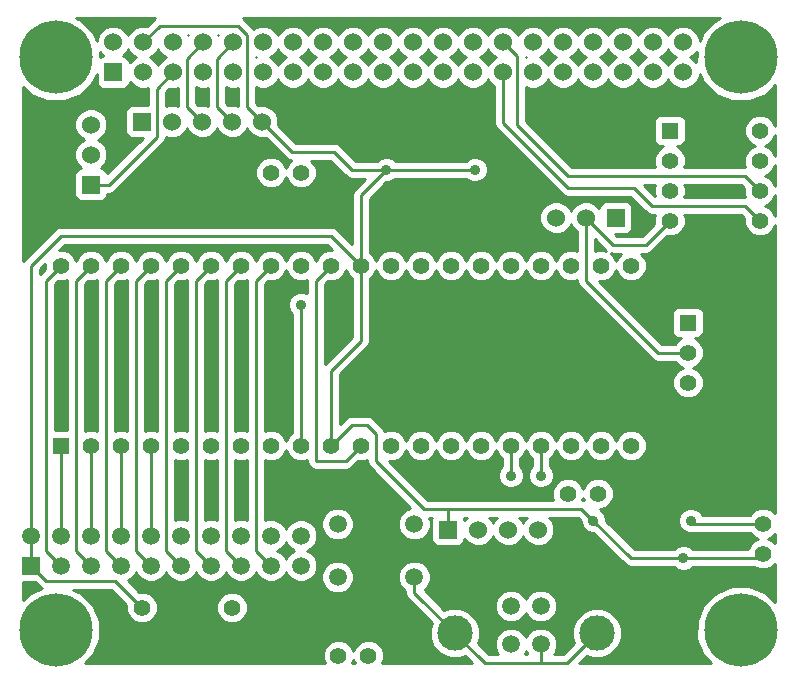
<source format=gbl>
G04 (created by PCBNEW (2013-07-07 BZR 4022)-stable) date 9/25/2014 9:45:49 PM*
%MOIN*%
G04 Gerber Fmt 3.4, Leading zero omitted, Abs format*
%FSLAX34Y34*%
G01*
G70*
G90*
G04 APERTURE LIST*
%ADD10C,0.00590551*%
%ADD11C,0.0590551*%
%ADD12R,0.055X0.055*%
%ADD13C,0.055*%
%ADD14R,0.06X0.06*%
%ADD15C,0.06*%
%ADD16R,0.0590551X0.0590551*%
%ADD17C,0.11811*%
%ADD18C,0.244094*%
%ADD19C,0.035*%
%ADD20C,0.01*%
G04 APERTURE END LIST*
G54D10*
G54D11*
X54279Y-43114D03*
X54279Y-44885D03*
X51720Y-44885D03*
X51720Y-43114D03*
G54D12*
X63400Y-36400D03*
G54D13*
X63400Y-37400D03*
X63400Y-38400D03*
X45200Y-45900D03*
X48200Y-45900D03*
G54D14*
X45200Y-29700D03*
G54D15*
X46200Y-29700D03*
X47200Y-29700D03*
X48200Y-29700D03*
X49200Y-29700D03*
G54D14*
X55400Y-43300D03*
G54D15*
X56400Y-43300D03*
X57400Y-43300D03*
X58400Y-43300D03*
G54D14*
X61000Y-32900D03*
G54D15*
X60000Y-32900D03*
X59000Y-32900D03*
G54D14*
X43500Y-31800D03*
G54D15*
X43500Y-30800D03*
X43500Y-29800D03*
G54D14*
X44240Y-28059D03*
G54D15*
X44240Y-27059D03*
X49240Y-28059D03*
X45240Y-27059D03*
X50240Y-28059D03*
X46240Y-27059D03*
X51240Y-28059D03*
X47240Y-27059D03*
X52240Y-28059D03*
X48240Y-27059D03*
X53240Y-28059D03*
X49240Y-27059D03*
X54240Y-28059D03*
X50240Y-27059D03*
X55240Y-28059D03*
X51240Y-27059D03*
X56240Y-28059D03*
X52240Y-27059D03*
X57240Y-28059D03*
X53240Y-27059D03*
X58240Y-28059D03*
X54240Y-27059D03*
X59240Y-28059D03*
X55240Y-27059D03*
X56240Y-27059D03*
X60240Y-28059D03*
X57240Y-27059D03*
X59240Y-27059D03*
X60240Y-27059D03*
X61240Y-27059D03*
X62240Y-27059D03*
X61240Y-28059D03*
X62240Y-28059D03*
X45240Y-28059D03*
X46240Y-28059D03*
X47240Y-28059D03*
X48240Y-28059D03*
X63240Y-28059D03*
X63240Y-27059D03*
X58240Y-27059D03*
G54D16*
X41500Y-44500D03*
G54D11*
X42500Y-43500D03*
X43500Y-43500D03*
X44500Y-44500D03*
X44500Y-43500D03*
X45500Y-44500D03*
X45500Y-43500D03*
X46500Y-44500D03*
X46500Y-43500D03*
X47500Y-44500D03*
X47500Y-43500D03*
X48500Y-44500D03*
X48500Y-43500D03*
X49500Y-44500D03*
X49500Y-43500D03*
X50500Y-44500D03*
X50500Y-43500D03*
X41500Y-43500D03*
X42500Y-44500D03*
X43500Y-44500D03*
G54D12*
X62800Y-30000D03*
G54D13*
X62800Y-31000D03*
X62800Y-32000D03*
X62800Y-33000D03*
X65800Y-33000D03*
X65800Y-32000D03*
X65800Y-31000D03*
X65800Y-30000D03*
G54D12*
X42500Y-40500D03*
G54D13*
X43500Y-40500D03*
X44500Y-40500D03*
X45500Y-40500D03*
X46500Y-40500D03*
X47500Y-40500D03*
X48500Y-40500D03*
X49500Y-40500D03*
X50500Y-40500D03*
X51500Y-40500D03*
X52500Y-40500D03*
X53500Y-40500D03*
X54500Y-40500D03*
X55500Y-40500D03*
X56500Y-40500D03*
X57500Y-40500D03*
X58500Y-40500D03*
X59500Y-40500D03*
X60500Y-40500D03*
X61500Y-40500D03*
X61500Y-34500D03*
X60500Y-34500D03*
X59500Y-34500D03*
X58500Y-34500D03*
X57500Y-34500D03*
X56500Y-34500D03*
X55500Y-34500D03*
X54500Y-34500D03*
X53500Y-34500D03*
X52500Y-34500D03*
X51500Y-34500D03*
X50500Y-34500D03*
X49500Y-34500D03*
X48500Y-34500D03*
X47500Y-34500D03*
X46500Y-34500D03*
X45500Y-34500D03*
X44500Y-34500D03*
X43500Y-34500D03*
X42500Y-34500D03*
X65900Y-43100D03*
X65900Y-44100D03*
X50500Y-31400D03*
X49500Y-31400D03*
X59400Y-42100D03*
X60400Y-42100D03*
X52750Y-47500D03*
X51750Y-47500D03*
G54D17*
X60370Y-46750D03*
X55629Y-46750D03*
G54D11*
X58492Y-45844D03*
X57507Y-45844D03*
X57507Y-47124D03*
X58492Y-47124D03*
G54D18*
X42322Y-46653D03*
X42322Y-27559D03*
X65157Y-27559D03*
X65157Y-46653D03*
G54D19*
X63500Y-43000D03*
X58500Y-41500D03*
X57500Y-41500D03*
X50500Y-35800D03*
X63250Y-44250D03*
X60250Y-43000D03*
X56299Y-31299D03*
X53346Y-31299D03*
G54D20*
X45500Y-40500D02*
X45500Y-43500D01*
X44500Y-43500D02*
X44500Y-40500D01*
X43500Y-40500D02*
X43500Y-43500D01*
X42500Y-43500D02*
X42500Y-40500D01*
X65900Y-43100D02*
X63600Y-43100D01*
X63600Y-43100D02*
X63500Y-43000D01*
X62800Y-33000D02*
X62000Y-33800D01*
X60900Y-33800D02*
X60000Y-32900D01*
X62000Y-33800D02*
X60900Y-33800D01*
X63400Y-37400D02*
X62400Y-37400D01*
X60000Y-35000D02*
X60000Y-32900D01*
X62400Y-37400D02*
X60000Y-35000D01*
X55629Y-46750D02*
X54279Y-45399D01*
X54279Y-45399D02*
X54279Y-44885D01*
X58492Y-47124D02*
X58492Y-47750D01*
X58492Y-47750D02*
X58500Y-47750D01*
X54279Y-44885D02*
X54279Y-45399D01*
X59370Y-47750D02*
X60370Y-46750D01*
X56629Y-47750D02*
X58500Y-47750D01*
X58500Y-47750D02*
X59370Y-47750D01*
X54279Y-45399D02*
X56629Y-47750D01*
X52500Y-40500D02*
X52000Y-41000D01*
X51000Y-35000D02*
X51500Y-34500D01*
X51000Y-41000D02*
X51000Y-35000D01*
X52000Y-41000D02*
X51000Y-41000D01*
X57240Y-27059D02*
X57700Y-27518D01*
X65300Y-31500D02*
X65800Y-32000D01*
X59400Y-31500D02*
X65300Y-31500D01*
X57700Y-29800D02*
X59400Y-31500D01*
X57700Y-27518D02*
X57700Y-29800D01*
X57240Y-28059D02*
X57240Y-29740D01*
X65300Y-32500D02*
X65800Y-33000D01*
X62200Y-32500D02*
X65300Y-32500D01*
X61600Y-31900D02*
X62200Y-32500D01*
X59400Y-31900D02*
X61600Y-31900D01*
X57240Y-29740D02*
X59400Y-31900D01*
X43500Y-31800D02*
X44100Y-31800D01*
X45700Y-28599D02*
X46240Y-28059D01*
X45700Y-30200D02*
X45700Y-28599D01*
X44100Y-31800D02*
X45700Y-30200D01*
X42500Y-34500D02*
X42000Y-35000D01*
X42000Y-44000D02*
X42500Y-44500D01*
X42000Y-35000D02*
X42000Y-44000D01*
X43500Y-44500D02*
X43000Y-44000D01*
X43000Y-35000D02*
X43500Y-34500D01*
X43000Y-44000D02*
X43000Y-35000D01*
X44500Y-34500D02*
X44000Y-35000D01*
X44000Y-44000D02*
X44500Y-44500D01*
X44000Y-35000D02*
X44000Y-44000D01*
X45500Y-44500D02*
X45000Y-44000D01*
X45000Y-35000D02*
X45500Y-34500D01*
X45000Y-44000D02*
X45000Y-35000D01*
X46500Y-44500D02*
X46000Y-44000D01*
X46000Y-35000D02*
X46500Y-34500D01*
X46000Y-44000D02*
X46000Y-35000D01*
X47500Y-44500D02*
X47000Y-44000D01*
X47000Y-35000D02*
X47500Y-34500D01*
X47000Y-44000D02*
X47000Y-35000D01*
X48500Y-44500D02*
X48000Y-44000D01*
X48000Y-35000D02*
X48500Y-34500D01*
X48000Y-44000D02*
X48000Y-35000D01*
X58500Y-41500D02*
X58500Y-40500D01*
X57500Y-41500D02*
X57500Y-40500D01*
X49500Y-44500D02*
X49000Y-44000D01*
X49000Y-35000D02*
X49500Y-34500D01*
X49000Y-44000D02*
X49000Y-35000D01*
X50500Y-40500D02*
X50500Y-35800D01*
X48240Y-27059D02*
X47700Y-27599D01*
X47700Y-29200D02*
X48200Y-29700D01*
X47700Y-27599D02*
X47700Y-29200D01*
X47240Y-27059D02*
X46700Y-27599D01*
X46700Y-29200D02*
X47200Y-29700D01*
X46700Y-27599D02*
X46700Y-29200D01*
X63250Y-44250D02*
X65750Y-44250D01*
X65750Y-44250D02*
X65900Y-44100D01*
X55400Y-43300D02*
X55400Y-42600D01*
X60250Y-43000D02*
X59850Y-42600D01*
X52200Y-39800D02*
X51500Y-40500D01*
X52700Y-39800D02*
X52200Y-39800D01*
X53000Y-40100D02*
X52700Y-39800D01*
X53000Y-41000D02*
X53000Y-40100D01*
X54600Y-42600D02*
X53000Y-41000D01*
X54700Y-42600D02*
X54600Y-42600D01*
X59850Y-42600D02*
X55400Y-42600D01*
X55400Y-42600D02*
X54700Y-42600D01*
X45200Y-45900D02*
X44300Y-45000D01*
X42000Y-45000D02*
X41500Y-44500D01*
X44300Y-45000D02*
X42000Y-45000D01*
X49200Y-29700D02*
X50200Y-30700D01*
X52199Y-31299D02*
X53346Y-31299D01*
X51600Y-30700D02*
X52199Y-31299D01*
X50200Y-30700D02*
X51600Y-30700D01*
X45240Y-27059D02*
X45799Y-26500D01*
X48700Y-29200D02*
X49200Y-29700D01*
X48700Y-26800D02*
X48700Y-29200D01*
X48400Y-26500D02*
X48700Y-26800D01*
X45799Y-26500D02*
X48400Y-26500D01*
X60250Y-43000D02*
X61500Y-44250D01*
X61500Y-44250D02*
X63250Y-44250D01*
X53346Y-31299D02*
X56299Y-31299D01*
X52500Y-34500D02*
X52500Y-32145D01*
X52500Y-32145D02*
X53346Y-31299D01*
X41500Y-44500D02*
X41500Y-43500D01*
X41500Y-43500D02*
X41500Y-34500D01*
X41500Y-34500D02*
X42500Y-33500D01*
X42500Y-33500D02*
X51500Y-33500D01*
X51500Y-33500D02*
X52500Y-34500D01*
X51500Y-40500D02*
X51500Y-39750D01*
X51500Y-38000D02*
X52500Y-37000D01*
X52500Y-37000D02*
X52500Y-34500D01*
X51500Y-39750D02*
X51500Y-38000D01*
G54D10*
G36*
X41853Y-45256D02*
X41490Y-45406D01*
X41250Y-45646D01*
X41250Y-45045D01*
X41254Y-45045D01*
X41621Y-45045D01*
X41787Y-45212D01*
X41787Y-45212D01*
X41853Y-45256D01*
X41853Y-45256D01*
G37*
G54D20*
X41853Y-45256D02*
X41490Y-45406D01*
X41250Y-45646D01*
X41250Y-45045D01*
X41254Y-45045D01*
X41621Y-45045D01*
X41787Y-45212D01*
X41787Y-45212D01*
X41853Y-45256D01*
G54D10*
G36*
X41975Y-34449D02*
X41974Y-34600D01*
X41800Y-34775D01*
X41800Y-34624D01*
X41975Y-34449D01*
X41975Y-34449D01*
G37*
G54D20*
X41975Y-34449D02*
X41974Y-34600D01*
X41800Y-34775D01*
X41800Y-34624D01*
X41975Y-34449D01*
G54D10*
G36*
X42703Y-34984D02*
X42700Y-35000D01*
X42700Y-39974D01*
X42300Y-39974D01*
X42300Y-35124D01*
X42399Y-35024D01*
X42603Y-35025D01*
X42703Y-34984D01*
X42703Y-34984D01*
G37*
G54D20*
X42703Y-34984D02*
X42700Y-35000D01*
X42700Y-39974D01*
X42300Y-39974D01*
X42300Y-35124D01*
X42399Y-35024D01*
X42603Y-35025D01*
X42703Y-34984D01*
G54D10*
G36*
X43703Y-34984D02*
X43700Y-35000D01*
X43700Y-40014D01*
X43604Y-39975D01*
X43396Y-39974D01*
X43300Y-40014D01*
X43300Y-35124D01*
X43399Y-35024D01*
X43603Y-35025D01*
X43703Y-34984D01*
X43703Y-34984D01*
G37*
G54D20*
X43703Y-34984D02*
X43700Y-35000D01*
X43700Y-40014D01*
X43604Y-39975D01*
X43396Y-39974D01*
X43300Y-40014D01*
X43300Y-35124D01*
X43399Y-35024D01*
X43603Y-35025D01*
X43703Y-34984D01*
G54D10*
G36*
X43912Y-27509D02*
X43890Y-27509D01*
X43798Y-27546D01*
X43793Y-27552D01*
X43793Y-27390D01*
X43912Y-27509D01*
X43912Y-27509D01*
G37*
G54D20*
X43912Y-27509D02*
X43890Y-27509D01*
X43798Y-27546D01*
X43793Y-27552D01*
X43793Y-27390D01*
X43912Y-27509D01*
G54D10*
G36*
X44703Y-34984D02*
X44700Y-35000D01*
X44700Y-40014D01*
X44604Y-39975D01*
X44396Y-39974D01*
X44300Y-40014D01*
X44300Y-35124D01*
X44399Y-35024D01*
X44603Y-35025D01*
X44703Y-34984D01*
X44703Y-34984D01*
G37*
G54D20*
X44703Y-34984D02*
X44700Y-35000D01*
X44700Y-40014D01*
X44604Y-39975D01*
X44396Y-39974D01*
X44300Y-40014D01*
X44300Y-35124D01*
X44399Y-35024D01*
X44603Y-35025D01*
X44703Y-34984D01*
G54D10*
G36*
X45010Y-27559D02*
X44929Y-27592D01*
X44790Y-27731D01*
X44790Y-27709D01*
X44752Y-27617D01*
X44681Y-27547D01*
X44590Y-27509D01*
X44567Y-27509D01*
X44706Y-27371D01*
X44740Y-27289D01*
X44773Y-27370D01*
X44928Y-27525D01*
X45010Y-27559D01*
X45010Y-27559D01*
G37*
G54D20*
X45010Y-27559D02*
X44929Y-27592D01*
X44790Y-27731D01*
X44790Y-27709D01*
X44752Y-27617D01*
X44681Y-27547D01*
X44590Y-27509D01*
X44567Y-27509D01*
X44706Y-27371D01*
X44740Y-27289D01*
X44773Y-27370D01*
X44928Y-27525D01*
X45010Y-27559D01*
G54D10*
G36*
X45643Y-26250D02*
X45587Y-26287D01*
X45361Y-26513D01*
X45350Y-26509D01*
X45131Y-26508D01*
X44929Y-26592D01*
X44774Y-26747D01*
X44740Y-26828D01*
X44706Y-26747D01*
X44552Y-26593D01*
X44350Y-26509D01*
X44131Y-26508D01*
X43929Y-26592D01*
X43774Y-26747D01*
X43690Y-26949D01*
X43690Y-27017D01*
X43570Y-26727D01*
X43156Y-26313D01*
X43004Y-26250D01*
X45643Y-26250D01*
X45643Y-26250D01*
G37*
G54D20*
X45643Y-26250D02*
X45587Y-26287D01*
X45361Y-26513D01*
X45350Y-26509D01*
X45131Y-26508D01*
X44929Y-26592D01*
X44774Y-26747D01*
X44740Y-26828D01*
X44706Y-26747D01*
X44552Y-26593D01*
X44350Y-26509D01*
X44131Y-26508D01*
X43929Y-26592D01*
X43774Y-26747D01*
X43690Y-26949D01*
X43690Y-27017D01*
X43570Y-26727D01*
X43156Y-26313D01*
X43004Y-26250D01*
X45643Y-26250D01*
G54D10*
G36*
X45703Y-34984D02*
X45700Y-35000D01*
X45700Y-40014D01*
X45604Y-39975D01*
X45396Y-39974D01*
X45300Y-40014D01*
X45300Y-35124D01*
X45399Y-35024D01*
X45603Y-35025D01*
X45703Y-34984D01*
X45703Y-34984D01*
G37*
G54D20*
X45703Y-34984D02*
X45700Y-35000D01*
X45700Y-40014D01*
X45604Y-39975D01*
X45396Y-39974D01*
X45300Y-40014D01*
X45300Y-35124D01*
X45399Y-35024D01*
X45603Y-35025D01*
X45703Y-34984D01*
G54D10*
G36*
X46010Y-27559D02*
X45929Y-27592D01*
X45774Y-27747D01*
X45740Y-27828D01*
X45706Y-27747D01*
X45552Y-27593D01*
X45470Y-27559D01*
X45551Y-27525D01*
X45706Y-27371D01*
X45740Y-27289D01*
X45773Y-27370D01*
X45928Y-27525D01*
X46010Y-27559D01*
X46010Y-27559D01*
G37*
G54D20*
X46010Y-27559D02*
X45929Y-27592D01*
X45774Y-27747D01*
X45740Y-27828D01*
X45706Y-27747D01*
X45552Y-27593D01*
X45470Y-27559D01*
X45551Y-27525D01*
X45706Y-27371D01*
X45740Y-27289D01*
X45773Y-27370D01*
X45928Y-27525D01*
X46010Y-27559D01*
G54D10*
G36*
X46400Y-29187D02*
X46309Y-29150D01*
X46091Y-29149D01*
X46000Y-29187D01*
X46000Y-28723D01*
X46119Y-28604D01*
X46130Y-28608D01*
X46349Y-28609D01*
X46400Y-28588D01*
X46400Y-29187D01*
X46400Y-29187D01*
G37*
G54D20*
X46400Y-29187D02*
X46309Y-29150D01*
X46091Y-29149D01*
X46000Y-29187D01*
X46000Y-28723D01*
X46119Y-28604D01*
X46130Y-28608D01*
X46349Y-28609D01*
X46400Y-28588D01*
X46400Y-29187D01*
G54D10*
G36*
X46700Y-42992D02*
X46608Y-42954D01*
X46392Y-42954D01*
X46300Y-42992D01*
X46300Y-40985D01*
X46395Y-41024D01*
X46603Y-41025D01*
X46700Y-40985D01*
X46700Y-42992D01*
X46700Y-42992D01*
G37*
G54D20*
X46700Y-42992D02*
X46608Y-42954D01*
X46392Y-42954D01*
X46300Y-42992D01*
X46300Y-40985D01*
X46395Y-41024D01*
X46603Y-41025D01*
X46700Y-40985D01*
X46700Y-42992D01*
G54D10*
G36*
X46703Y-34984D02*
X46700Y-35000D01*
X46700Y-40014D01*
X46604Y-39975D01*
X46396Y-39974D01*
X46300Y-40014D01*
X46300Y-35124D01*
X46399Y-35024D01*
X46603Y-35025D01*
X46703Y-34984D01*
X46703Y-34984D01*
G37*
G54D20*
X46703Y-34984D02*
X46700Y-35000D01*
X46700Y-40014D01*
X46604Y-39975D01*
X46396Y-39974D01*
X46300Y-40014D01*
X46300Y-35124D01*
X46399Y-35024D01*
X46603Y-35025D01*
X46703Y-34984D01*
G54D10*
G36*
X46752Y-26800D02*
X46740Y-26828D01*
X46728Y-26800D01*
X46752Y-26800D01*
X46752Y-26800D01*
G37*
G54D20*
X46752Y-26800D02*
X46740Y-26828D01*
X46728Y-26800D01*
X46752Y-26800D01*
G54D10*
G36*
X47400Y-29187D02*
X47309Y-29150D01*
X47091Y-29149D01*
X47079Y-29154D01*
X47000Y-29075D01*
X47000Y-28554D01*
X47130Y-28608D01*
X47349Y-28609D01*
X47400Y-28588D01*
X47400Y-29187D01*
X47400Y-29187D01*
G37*
G54D20*
X47400Y-29187D02*
X47309Y-29150D01*
X47091Y-29149D01*
X47079Y-29154D01*
X47000Y-29075D01*
X47000Y-28554D01*
X47130Y-28608D01*
X47349Y-28609D01*
X47400Y-28588D01*
X47400Y-29187D01*
G54D10*
G36*
X47700Y-42992D02*
X47608Y-42954D01*
X47392Y-42954D01*
X47300Y-42992D01*
X47300Y-40985D01*
X47395Y-41024D01*
X47603Y-41025D01*
X47700Y-40985D01*
X47700Y-42992D01*
X47700Y-42992D01*
G37*
G54D20*
X47700Y-42992D02*
X47608Y-42954D01*
X47392Y-42954D01*
X47300Y-42992D01*
X47300Y-40985D01*
X47395Y-41024D01*
X47603Y-41025D01*
X47700Y-40985D01*
X47700Y-42992D01*
G54D10*
G36*
X47703Y-34984D02*
X47700Y-35000D01*
X47700Y-40014D01*
X47604Y-39975D01*
X47396Y-39974D01*
X47300Y-40014D01*
X47300Y-35124D01*
X47399Y-35024D01*
X47603Y-35025D01*
X47703Y-34984D01*
X47703Y-34984D01*
G37*
G54D20*
X47703Y-34984D02*
X47700Y-35000D01*
X47700Y-40014D01*
X47604Y-39975D01*
X47396Y-39974D01*
X47300Y-40014D01*
X47300Y-35124D01*
X47399Y-35024D01*
X47603Y-35025D01*
X47703Y-34984D01*
G54D10*
G36*
X47752Y-26800D02*
X47740Y-26828D01*
X47728Y-26800D01*
X47752Y-26800D01*
X47752Y-26800D01*
G37*
G54D20*
X47752Y-26800D02*
X47740Y-26828D01*
X47728Y-26800D01*
X47752Y-26800D01*
G54D10*
G36*
X48400Y-29187D02*
X48309Y-29150D01*
X48091Y-29149D01*
X48079Y-29154D01*
X48000Y-29075D01*
X48000Y-28554D01*
X48130Y-28608D01*
X48349Y-28609D01*
X48400Y-28588D01*
X48400Y-29187D01*
X48400Y-29187D01*
G37*
G54D20*
X48400Y-29187D02*
X48309Y-29150D01*
X48091Y-29149D01*
X48079Y-29154D01*
X48000Y-29075D01*
X48000Y-28554D01*
X48130Y-28608D01*
X48349Y-28609D01*
X48400Y-28588D01*
X48400Y-29187D01*
G54D10*
G36*
X48700Y-42992D02*
X48608Y-42954D01*
X48392Y-42954D01*
X48300Y-42992D01*
X48300Y-40985D01*
X48395Y-41024D01*
X48603Y-41025D01*
X48700Y-40985D01*
X48700Y-42992D01*
X48700Y-42992D01*
G37*
G54D20*
X48700Y-42992D02*
X48608Y-42954D01*
X48392Y-42954D01*
X48300Y-42992D01*
X48300Y-40985D01*
X48395Y-41024D01*
X48603Y-41025D01*
X48700Y-40985D01*
X48700Y-42992D01*
G54D10*
G36*
X48703Y-34984D02*
X48700Y-35000D01*
X48700Y-40014D01*
X48604Y-39975D01*
X48396Y-39974D01*
X48300Y-40014D01*
X48300Y-35124D01*
X48399Y-35024D01*
X48603Y-35025D01*
X48703Y-34984D01*
X48703Y-34984D01*
G37*
G54D20*
X48703Y-34984D02*
X48700Y-35000D01*
X48700Y-40014D01*
X48604Y-39975D01*
X48396Y-39974D01*
X48300Y-40014D01*
X48300Y-35124D01*
X48399Y-35024D01*
X48603Y-35025D01*
X48703Y-34984D01*
G54D10*
G36*
X49010Y-27559D02*
X49000Y-27563D01*
X49000Y-27554D01*
X49010Y-27559D01*
X49010Y-27559D01*
G37*
G54D20*
X49010Y-27559D02*
X49000Y-27563D01*
X49000Y-27554D01*
X49010Y-27559D01*
G54D10*
G36*
X50010Y-27559D02*
X49929Y-27592D01*
X49774Y-27747D01*
X49740Y-27828D01*
X49706Y-27747D01*
X49552Y-27593D01*
X49470Y-27559D01*
X49551Y-27525D01*
X49706Y-27371D01*
X49740Y-27289D01*
X49773Y-27370D01*
X49928Y-27525D01*
X50010Y-27559D01*
X50010Y-27559D01*
G37*
G54D20*
X50010Y-27559D02*
X49929Y-27592D01*
X49774Y-27747D01*
X49740Y-27828D01*
X49706Y-27747D01*
X49552Y-27593D01*
X49470Y-27559D01*
X49551Y-27525D01*
X49706Y-27371D01*
X49740Y-27289D01*
X49773Y-27370D01*
X49928Y-27525D01*
X50010Y-27559D01*
G54D10*
G36*
X50282Y-43999D02*
X50191Y-44037D01*
X50038Y-44190D01*
X50000Y-44282D01*
X49962Y-44191D01*
X49809Y-44038D01*
X49717Y-44000D01*
X49808Y-43962D01*
X49961Y-43809D01*
X49999Y-43717D01*
X50037Y-43808D01*
X50190Y-43961D01*
X50282Y-43999D01*
X50282Y-43999D01*
G37*
G54D20*
X50282Y-43999D02*
X50191Y-44037D01*
X50038Y-44190D01*
X50000Y-44282D01*
X49962Y-44191D01*
X49809Y-44038D01*
X49717Y-44000D01*
X49808Y-43962D01*
X49961Y-43809D01*
X49999Y-43717D01*
X50037Y-43808D01*
X50190Y-43961D01*
X50282Y-43999D01*
G54D10*
G36*
X50703Y-34984D02*
X50700Y-35000D01*
X50700Y-35422D01*
X50584Y-35375D01*
X50415Y-35374D01*
X50259Y-35439D01*
X50139Y-35558D01*
X50075Y-35715D01*
X50074Y-35884D01*
X50139Y-36040D01*
X50200Y-36101D01*
X50200Y-40057D01*
X50055Y-40202D01*
X49999Y-40335D01*
X49945Y-40203D01*
X49797Y-40055D01*
X49604Y-39975D01*
X49396Y-39974D01*
X49300Y-40014D01*
X49300Y-35124D01*
X49399Y-35024D01*
X49603Y-35025D01*
X49797Y-34945D01*
X49944Y-34797D01*
X50000Y-34664D01*
X50054Y-34797D01*
X50202Y-34944D01*
X50395Y-35024D01*
X50603Y-35025D01*
X50703Y-34984D01*
X50703Y-34984D01*
G37*
G54D20*
X50703Y-34984D02*
X50700Y-35000D01*
X50700Y-35422D01*
X50584Y-35375D01*
X50415Y-35374D01*
X50259Y-35439D01*
X50139Y-35558D01*
X50075Y-35715D01*
X50074Y-35884D01*
X50139Y-36040D01*
X50200Y-36101D01*
X50200Y-40057D01*
X50055Y-40202D01*
X49999Y-40335D01*
X49945Y-40203D01*
X49797Y-40055D01*
X49604Y-39975D01*
X49396Y-39974D01*
X49300Y-40014D01*
X49300Y-35124D01*
X49399Y-35024D01*
X49603Y-35025D01*
X49797Y-34945D01*
X49944Y-34797D01*
X50000Y-34664D01*
X50054Y-34797D01*
X50202Y-34944D01*
X50395Y-35024D01*
X50603Y-35025D01*
X50703Y-34984D01*
G54D10*
G36*
X51010Y-27559D02*
X50929Y-27592D01*
X50774Y-27747D01*
X50740Y-27828D01*
X50706Y-27747D01*
X50552Y-27593D01*
X50470Y-27559D01*
X50551Y-27525D01*
X50706Y-27371D01*
X50740Y-27289D01*
X50773Y-27370D01*
X50928Y-27525D01*
X51010Y-27559D01*
X51010Y-27559D01*
G37*
G54D20*
X51010Y-27559D02*
X50929Y-27592D01*
X50774Y-27747D01*
X50740Y-27828D01*
X50706Y-27747D01*
X50552Y-27593D01*
X50470Y-27559D01*
X50551Y-27525D01*
X50706Y-27371D01*
X50740Y-27289D01*
X50773Y-27370D01*
X50928Y-27525D01*
X51010Y-27559D01*
G54D10*
G36*
X51550Y-33975D02*
X51396Y-33974D01*
X51203Y-34054D01*
X51055Y-34202D01*
X50999Y-34335D01*
X50945Y-34203D01*
X50797Y-34055D01*
X50604Y-33975D01*
X50396Y-33974D01*
X50203Y-34054D01*
X50055Y-34202D01*
X49999Y-34335D01*
X49945Y-34203D01*
X49797Y-34055D01*
X49604Y-33975D01*
X49396Y-33974D01*
X49203Y-34054D01*
X49055Y-34202D01*
X48999Y-34335D01*
X48945Y-34203D01*
X48797Y-34055D01*
X48604Y-33975D01*
X48396Y-33974D01*
X48203Y-34054D01*
X48055Y-34202D01*
X47999Y-34335D01*
X47945Y-34203D01*
X47797Y-34055D01*
X47604Y-33975D01*
X47396Y-33974D01*
X47203Y-34054D01*
X47055Y-34202D01*
X46999Y-34335D01*
X46945Y-34203D01*
X46797Y-34055D01*
X46604Y-33975D01*
X46396Y-33974D01*
X46203Y-34054D01*
X46055Y-34202D01*
X45999Y-34335D01*
X45945Y-34203D01*
X45797Y-34055D01*
X45604Y-33975D01*
X45396Y-33974D01*
X45203Y-34054D01*
X45055Y-34202D01*
X44999Y-34335D01*
X44945Y-34203D01*
X44797Y-34055D01*
X44604Y-33975D01*
X44396Y-33974D01*
X44203Y-34054D01*
X44055Y-34202D01*
X43999Y-34335D01*
X43945Y-34203D01*
X43797Y-34055D01*
X43604Y-33975D01*
X43396Y-33974D01*
X43203Y-34054D01*
X43055Y-34202D01*
X42999Y-34335D01*
X42945Y-34203D01*
X42797Y-34055D01*
X42604Y-33975D01*
X42449Y-33974D01*
X42624Y-33800D01*
X51375Y-33800D01*
X51550Y-33975D01*
X51550Y-33975D01*
G37*
G54D20*
X51550Y-33975D02*
X51396Y-33974D01*
X51203Y-34054D01*
X51055Y-34202D01*
X50999Y-34335D01*
X50945Y-34203D01*
X50797Y-34055D01*
X50604Y-33975D01*
X50396Y-33974D01*
X50203Y-34054D01*
X50055Y-34202D01*
X49999Y-34335D01*
X49945Y-34203D01*
X49797Y-34055D01*
X49604Y-33975D01*
X49396Y-33974D01*
X49203Y-34054D01*
X49055Y-34202D01*
X48999Y-34335D01*
X48945Y-34203D01*
X48797Y-34055D01*
X48604Y-33975D01*
X48396Y-33974D01*
X48203Y-34054D01*
X48055Y-34202D01*
X47999Y-34335D01*
X47945Y-34203D01*
X47797Y-34055D01*
X47604Y-33975D01*
X47396Y-33974D01*
X47203Y-34054D01*
X47055Y-34202D01*
X46999Y-34335D01*
X46945Y-34203D01*
X46797Y-34055D01*
X46604Y-33975D01*
X46396Y-33974D01*
X46203Y-34054D01*
X46055Y-34202D01*
X45999Y-34335D01*
X45945Y-34203D01*
X45797Y-34055D01*
X45604Y-33975D01*
X45396Y-33974D01*
X45203Y-34054D01*
X45055Y-34202D01*
X44999Y-34335D01*
X44945Y-34203D01*
X44797Y-34055D01*
X44604Y-33975D01*
X44396Y-33974D01*
X44203Y-34054D01*
X44055Y-34202D01*
X43999Y-34335D01*
X43945Y-34203D01*
X43797Y-34055D01*
X43604Y-33975D01*
X43396Y-33974D01*
X43203Y-34054D01*
X43055Y-34202D01*
X42999Y-34335D01*
X42945Y-34203D01*
X42797Y-34055D01*
X42604Y-33975D01*
X42449Y-33974D01*
X42624Y-33800D01*
X51375Y-33800D01*
X51550Y-33975D01*
G54D10*
G36*
X52010Y-27559D02*
X51929Y-27592D01*
X51774Y-27747D01*
X51740Y-27828D01*
X51706Y-27747D01*
X51552Y-27593D01*
X51470Y-27559D01*
X51551Y-27525D01*
X51706Y-27371D01*
X51740Y-27289D01*
X51773Y-27370D01*
X51928Y-27525D01*
X52010Y-27559D01*
X52010Y-27559D01*
G37*
G54D20*
X52010Y-27559D02*
X51929Y-27592D01*
X51774Y-27747D01*
X51740Y-27828D01*
X51706Y-27747D01*
X51552Y-27593D01*
X51470Y-27559D01*
X51551Y-27525D01*
X51706Y-27371D01*
X51740Y-27289D01*
X51773Y-27370D01*
X51928Y-27525D01*
X52010Y-27559D01*
G54D10*
G36*
X52200Y-36875D02*
X51300Y-37775D01*
X51300Y-35124D01*
X51399Y-35024D01*
X51603Y-35025D01*
X51797Y-34945D01*
X51944Y-34797D01*
X52000Y-34664D01*
X52054Y-34797D01*
X52200Y-34942D01*
X52200Y-36875D01*
X52200Y-36875D01*
G37*
G54D20*
X52200Y-36875D02*
X51300Y-37775D01*
X51300Y-35124D01*
X51399Y-35024D01*
X51603Y-35025D01*
X51797Y-34945D01*
X51944Y-34797D01*
X52000Y-34664D01*
X52054Y-34797D01*
X52200Y-34942D01*
X52200Y-36875D01*
G54D10*
G36*
X52288Y-47757D02*
X52211Y-47757D01*
X52250Y-47664D01*
X52288Y-47757D01*
X52288Y-47757D01*
G37*
G54D20*
X52288Y-47757D02*
X52211Y-47757D01*
X52250Y-47664D01*
X52288Y-47757D01*
G54D10*
G36*
X52622Y-31599D02*
X52287Y-31933D01*
X52222Y-32030D01*
X52200Y-32145D01*
X52200Y-33775D01*
X51712Y-33287D01*
X51614Y-33222D01*
X51500Y-33200D01*
X42500Y-33200D01*
X42385Y-33222D01*
X42287Y-33287D01*
X41287Y-34287D01*
X41250Y-34344D01*
X41250Y-28565D01*
X41488Y-28804D01*
X42029Y-29029D01*
X42614Y-29029D01*
X43154Y-28806D01*
X43568Y-28393D01*
X43690Y-28100D01*
X43690Y-28408D01*
X43728Y-28500D01*
X43798Y-28570D01*
X43890Y-28609D01*
X43989Y-28609D01*
X44589Y-28609D01*
X44681Y-28571D01*
X44751Y-28500D01*
X44790Y-28409D01*
X44790Y-28386D01*
X44928Y-28525D01*
X45130Y-28608D01*
X45349Y-28609D01*
X45402Y-28587D01*
X45400Y-28599D01*
X45400Y-29149D01*
X44850Y-29149D01*
X44758Y-29187D01*
X44688Y-29258D01*
X44650Y-29350D01*
X44649Y-29449D01*
X44649Y-30049D01*
X44687Y-30141D01*
X44758Y-30211D01*
X44850Y-30249D01*
X44949Y-30250D01*
X45225Y-30250D01*
X44042Y-31432D01*
X44012Y-31358D01*
X43941Y-31288D01*
X43849Y-31250D01*
X43827Y-31250D01*
X43965Y-31111D01*
X44049Y-30909D01*
X44050Y-30691D01*
X43966Y-30488D01*
X43811Y-30334D01*
X43730Y-30300D01*
X43811Y-30266D01*
X43965Y-30111D01*
X44049Y-29909D01*
X44050Y-29691D01*
X43966Y-29488D01*
X43811Y-29334D01*
X43609Y-29250D01*
X43391Y-29249D01*
X43188Y-29333D01*
X43034Y-29488D01*
X42950Y-29690D01*
X42949Y-29908D01*
X43033Y-30111D01*
X43188Y-30265D01*
X43269Y-30299D01*
X43188Y-30333D01*
X43034Y-30488D01*
X42950Y-30690D01*
X42949Y-30908D01*
X43033Y-31111D01*
X43172Y-31249D01*
X43150Y-31249D01*
X43058Y-31287D01*
X42988Y-31358D01*
X42950Y-31450D01*
X42949Y-31549D01*
X42949Y-32149D01*
X42987Y-32241D01*
X43058Y-32311D01*
X43150Y-32349D01*
X43249Y-32350D01*
X43849Y-32350D01*
X43941Y-32312D01*
X44011Y-32241D01*
X44049Y-32149D01*
X44049Y-32100D01*
X44100Y-32100D01*
X44100Y-32099D01*
X44214Y-32077D01*
X44214Y-32077D01*
X44312Y-32012D01*
X45912Y-30412D01*
X45912Y-30412D01*
X45977Y-30314D01*
X45997Y-30211D01*
X46090Y-30249D01*
X46308Y-30250D01*
X46511Y-30166D01*
X46665Y-30011D01*
X46699Y-29930D01*
X46733Y-30011D01*
X46888Y-30165D01*
X47090Y-30249D01*
X47308Y-30250D01*
X47511Y-30166D01*
X47665Y-30011D01*
X47699Y-29930D01*
X47733Y-30011D01*
X47888Y-30165D01*
X48090Y-30249D01*
X48308Y-30250D01*
X48511Y-30166D01*
X48665Y-30011D01*
X48699Y-29930D01*
X48733Y-30011D01*
X48888Y-30165D01*
X49090Y-30249D01*
X49308Y-30250D01*
X49320Y-30245D01*
X49987Y-30912D01*
X49987Y-30912D01*
X50085Y-30977D01*
X50164Y-30992D01*
X50055Y-31102D01*
X49999Y-31235D01*
X49945Y-31103D01*
X49797Y-30955D01*
X49604Y-30875D01*
X49396Y-30874D01*
X49203Y-30954D01*
X49055Y-31102D01*
X48975Y-31295D01*
X48974Y-31503D01*
X49054Y-31697D01*
X49202Y-31844D01*
X49395Y-31924D01*
X49603Y-31925D01*
X49797Y-31845D01*
X49944Y-31697D01*
X50000Y-31564D01*
X50054Y-31697D01*
X50202Y-31844D01*
X50395Y-31924D01*
X50603Y-31925D01*
X50797Y-31845D01*
X50944Y-31697D01*
X51024Y-31504D01*
X51025Y-31296D01*
X50945Y-31103D01*
X50842Y-31000D01*
X51475Y-31000D01*
X51987Y-31511D01*
X52084Y-31576D01*
X52199Y-31599D01*
X52622Y-31599D01*
X52622Y-31599D01*
G37*
G54D20*
X52622Y-31599D02*
X52287Y-31933D01*
X52222Y-32030D01*
X52200Y-32145D01*
X52200Y-33775D01*
X51712Y-33287D01*
X51614Y-33222D01*
X51500Y-33200D01*
X42500Y-33200D01*
X42385Y-33222D01*
X42287Y-33287D01*
X41287Y-34287D01*
X41250Y-34344D01*
X41250Y-28565D01*
X41488Y-28804D01*
X42029Y-29029D01*
X42614Y-29029D01*
X43154Y-28806D01*
X43568Y-28393D01*
X43690Y-28100D01*
X43690Y-28408D01*
X43728Y-28500D01*
X43798Y-28570D01*
X43890Y-28609D01*
X43989Y-28609D01*
X44589Y-28609D01*
X44681Y-28571D01*
X44751Y-28500D01*
X44790Y-28409D01*
X44790Y-28386D01*
X44928Y-28525D01*
X45130Y-28608D01*
X45349Y-28609D01*
X45402Y-28587D01*
X45400Y-28599D01*
X45400Y-29149D01*
X44850Y-29149D01*
X44758Y-29187D01*
X44688Y-29258D01*
X44650Y-29350D01*
X44649Y-29449D01*
X44649Y-30049D01*
X44687Y-30141D01*
X44758Y-30211D01*
X44850Y-30249D01*
X44949Y-30250D01*
X45225Y-30250D01*
X44042Y-31432D01*
X44012Y-31358D01*
X43941Y-31288D01*
X43849Y-31250D01*
X43827Y-31250D01*
X43965Y-31111D01*
X44049Y-30909D01*
X44050Y-30691D01*
X43966Y-30488D01*
X43811Y-30334D01*
X43730Y-30300D01*
X43811Y-30266D01*
X43965Y-30111D01*
X44049Y-29909D01*
X44050Y-29691D01*
X43966Y-29488D01*
X43811Y-29334D01*
X43609Y-29250D01*
X43391Y-29249D01*
X43188Y-29333D01*
X43034Y-29488D01*
X42950Y-29690D01*
X42949Y-29908D01*
X43033Y-30111D01*
X43188Y-30265D01*
X43269Y-30299D01*
X43188Y-30333D01*
X43034Y-30488D01*
X42950Y-30690D01*
X42949Y-30908D01*
X43033Y-31111D01*
X43172Y-31249D01*
X43150Y-31249D01*
X43058Y-31287D01*
X42988Y-31358D01*
X42950Y-31450D01*
X42949Y-31549D01*
X42949Y-32149D01*
X42987Y-32241D01*
X43058Y-32311D01*
X43150Y-32349D01*
X43249Y-32350D01*
X43849Y-32350D01*
X43941Y-32312D01*
X44011Y-32241D01*
X44049Y-32149D01*
X44049Y-32100D01*
X44100Y-32100D01*
X44100Y-32099D01*
X44214Y-32077D01*
X44214Y-32077D01*
X44312Y-32012D01*
X45912Y-30412D01*
X45912Y-30412D01*
X45977Y-30314D01*
X45997Y-30211D01*
X46090Y-30249D01*
X46308Y-30250D01*
X46511Y-30166D01*
X46665Y-30011D01*
X46699Y-29930D01*
X46733Y-30011D01*
X46888Y-30165D01*
X47090Y-30249D01*
X47308Y-30250D01*
X47511Y-30166D01*
X47665Y-30011D01*
X47699Y-29930D01*
X47733Y-30011D01*
X47888Y-30165D01*
X48090Y-30249D01*
X48308Y-30250D01*
X48511Y-30166D01*
X48665Y-30011D01*
X48699Y-29930D01*
X48733Y-30011D01*
X48888Y-30165D01*
X49090Y-30249D01*
X49308Y-30250D01*
X49320Y-30245D01*
X49987Y-30912D01*
X49987Y-30912D01*
X50085Y-30977D01*
X50164Y-30992D01*
X50055Y-31102D01*
X49999Y-31235D01*
X49945Y-31103D01*
X49797Y-30955D01*
X49604Y-30875D01*
X49396Y-30874D01*
X49203Y-30954D01*
X49055Y-31102D01*
X48975Y-31295D01*
X48974Y-31503D01*
X49054Y-31697D01*
X49202Y-31844D01*
X49395Y-31924D01*
X49603Y-31925D01*
X49797Y-31845D01*
X49944Y-31697D01*
X50000Y-31564D01*
X50054Y-31697D01*
X50202Y-31844D01*
X50395Y-31924D01*
X50603Y-31925D01*
X50797Y-31845D01*
X50944Y-31697D01*
X51024Y-31504D01*
X51025Y-31296D01*
X50945Y-31103D01*
X50842Y-31000D01*
X51475Y-31000D01*
X51987Y-31511D01*
X52084Y-31576D01*
X52199Y-31599D01*
X52622Y-31599D01*
G54D10*
G36*
X53010Y-27559D02*
X52929Y-27592D01*
X52774Y-27747D01*
X52740Y-27828D01*
X52706Y-27747D01*
X52552Y-27593D01*
X52470Y-27559D01*
X52551Y-27525D01*
X52706Y-27371D01*
X52740Y-27289D01*
X52773Y-27370D01*
X52928Y-27525D01*
X53010Y-27559D01*
X53010Y-27559D01*
G37*
G54D20*
X53010Y-27559D02*
X52929Y-27592D01*
X52774Y-27747D01*
X52740Y-27828D01*
X52706Y-27747D01*
X52552Y-27593D01*
X52470Y-27559D01*
X52551Y-27525D01*
X52706Y-27371D01*
X52740Y-27289D01*
X52773Y-27370D01*
X52928Y-27525D01*
X53010Y-27559D01*
G54D10*
G36*
X54010Y-27559D02*
X53929Y-27592D01*
X53774Y-27747D01*
X53740Y-27828D01*
X53706Y-27747D01*
X53552Y-27593D01*
X53470Y-27559D01*
X53551Y-27525D01*
X53706Y-27371D01*
X53740Y-27289D01*
X53773Y-27370D01*
X53928Y-27525D01*
X54010Y-27559D01*
X54010Y-27559D01*
G37*
G54D20*
X54010Y-27559D02*
X53929Y-27592D01*
X53774Y-27747D01*
X53740Y-27828D01*
X53706Y-27747D01*
X53552Y-27593D01*
X53470Y-27559D01*
X53551Y-27525D01*
X53706Y-27371D01*
X53740Y-27289D01*
X53773Y-27370D01*
X53928Y-27525D01*
X54010Y-27559D01*
G54D10*
G36*
X55010Y-27559D02*
X54929Y-27592D01*
X54774Y-27747D01*
X54740Y-27828D01*
X54706Y-27747D01*
X54552Y-27593D01*
X54470Y-27559D01*
X54551Y-27525D01*
X54706Y-27371D01*
X54740Y-27289D01*
X54773Y-27370D01*
X54928Y-27525D01*
X55010Y-27559D01*
X55010Y-27559D01*
G37*
G54D20*
X55010Y-27559D02*
X54929Y-27592D01*
X54774Y-27747D01*
X54740Y-27828D01*
X54706Y-27747D01*
X54552Y-27593D01*
X54470Y-27559D01*
X54551Y-27525D01*
X54706Y-27371D01*
X54740Y-27289D01*
X54773Y-27370D01*
X54928Y-27525D01*
X55010Y-27559D01*
G54D10*
G36*
X56010Y-27559D02*
X55929Y-27592D01*
X55774Y-27747D01*
X55740Y-27828D01*
X55706Y-27747D01*
X55552Y-27593D01*
X55470Y-27559D01*
X55551Y-27525D01*
X55706Y-27371D01*
X55740Y-27289D01*
X55773Y-27370D01*
X55928Y-27525D01*
X56010Y-27559D01*
X56010Y-27559D01*
G37*
G54D20*
X56010Y-27559D02*
X55929Y-27592D01*
X55774Y-27747D01*
X55740Y-27828D01*
X55706Y-27747D01*
X55552Y-27593D01*
X55470Y-27559D01*
X55551Y-27525D01*
X55706Y-27371D01*
X55740Y-27289D01*
X55773Y-27370D01*
X55928Y-27525D01*
X56010Y-27559D01*
G54D10*
G36*
X56022Y-42900D02*
X55950Y-42972D01*
X55950Y-42950D01*
X55929Y-42900D01*
X56022Y-42900D01*
X56022Y-42900D01*
G37*
G54D20*
X56022Y-42900D02*
X55950Y-42972D01*
X55950Y-42950D01*
X55929Y-42900D01*
X56022Y-42900D01*
G54D10*
G36*
X57010Y-27559D02*
X56929Y-27592D01*
X56774Y-27747D01*
X56740Y-27828D01*
X56706Y-27747D01*
X56552Y-27593D01*
X56470Y-27559D01*
X56551Y-27525D01*
X56706Y-27371D01*
X56740Y-27289D01*
X56773Y-27370D01*
X56928Y-27525D01*
X57010Y-27559D01*
X57010Y-27559D01*
G37*
G54D20*
X57010Y-27559D02*
X56929Y-27592D01*
X56774Y-27747D01*
X56740Y-27828D01*
X56706Y-27747D01*
X56552Y-27593D01*
X56470Y-27559D01*
X56551Y-27525D01*
X56706Y-27371D01*
X56740Y-27289D01*
X56773Y-27370D01*
X56928Y-27525D01*
X57010Y-27559D01*
G54D10*
G36*
X57022Y-42900D02*
X56934Y-42988D01*
X56900Y-43069D01*
X56866Y-42988D01*
X56777Y-42900D01*
X57022Y-42900D01*
X57022Y-42900D01*
G37*
G54D20*
X57022Y-42900D02*
X56934Y-42988D01*
X56900Y-43069D01*
X56866Y-42988D01*
X56777Y-42900D01*
X57022Y-42900D01*
G54D10*
G36*
X58010Y-27559D02*
X58000Y-27563D01*
X58000Y-27554D01*
X58010Y-27559D01*
X58010Y-27559D01*
G37*
G54D20*
X58010Y-27559D02*
X58000Y-27563D01*
X58000Y-27554D01*
X58010Y-27559D01*
G54D10*
G36*
X58022Y-42900D02*
X57934Y-42988D01*
X57900Y-43069D01*
X57866Y-42988D01*
X57777Y-42900D01*
X58022Y-42900D01*
X58022Y-42900D01*
G37*
G54D20*
X58022Y-42900D02*
X57934Y-42988D01*
X57900Y-43069D01*
X57866Y-42988D01*
X57777Y-42900D01*
X58022Y-42900D01*
G54D10*
G36*
X58047Y-47450D02*
X57953Y-47450D01*
X57969Y-47433D01*
X57999Y-47360D01*
X58029Y-47432D01*
X58047Y-47450D01*
X58047Y-47450D01*
G37*
G54D20*
X58047Y-47450D02*
X57953Y-47450D01*
X57969Y-47433D01*
X57999Y-47360D01*
X58029Y-47432D01*
X58047Y-47450D01*
G54D10*
G36*
X59010Y-27559D02*
X58929Y-27592D01*
X58774Y-27747D01*
X58740Y-27828D01*
X58706Y-27747D01*
X58552Y-27593D01*
X58470Y-27559D01*
X58551Y-27525D01*
X58706Y-27371D01*
X58740Y-27289D01*
X58773Y-27370D01*
X58928Y-27525D01*
X59010Y-27559D01*
X59010Y-27559D01*
G37*
G54D20*
X59010Y-27559D02*
X58929Y-27592D01*
X58774Y-27747D01*
X58740Y-27828D01*
X58706Y-27747D01*
X58552Y-27593D01*
X58470Y-27559D01*
X58551Y-27525D01*
X58706Y-27371D01*
X58740Y-27289D01*
X58773Y-27370D01*
X58928Y-27525D01*
X59010Y-27559D01*
G54D10*
G36*
X59920Y-42313D02*
X59882Y-42306D01*
X59900Y-42264D01*
X59920Y-42313D01*
X59920Y-42313D01*
G37*
G54D20*
X59920Y-42313D02*
X59882Y-42306D01*
X59900Y-42264D01*
X59920Y-42313D01*
G54D10*
G36*
X60010Y-27559D02*
X59929Y-27592D01*
X59774Y-27747D01*
X59740Y-27828D01*
X59706Y-27747D01*
X59552Y-27593D01*
X59470Y-27559D01*
X59551Y-27525D01*
X59706Y-27371D01*
X59740Y-27289D01*
X59773Y-27370D01*
X59928Y-27525D01*
X60010Y-27559D01*
X60010Y-27559D01*
G37*
G54D20*
X60010Y-27559D02*
X59929Y-27592D01*
X59774Y-27747D01*
X59740Y-27828D01*
X59706Y-27747D01*
X59552Y-27593D01*
X59470Y-27559D01*
X59551Y-27525D01*
X59706Y-27371D01*
X59740Y-27289D01*
X59773Y-27370D01*
X59928Y-27525D01*
X60010Y-27559D01*
G54D10*
G36*
X60683Y-34007D02*
X60604Y-33975D01*
X60396Y-33974D01*
X60300Y-34014D01*
X60300Y-33624D01*
X60683Y-34007D01*
X60683Y-34007D01*
G37*
G54D20*
X60683Y-34007D02*
X60604Y-33975D01*
X60396Y-33974D01*
X60300Y-34014D01*
X60300Y-33624D01*
X60683Y-34007D01*
G54D10*
G36*
X61010Y-27559D02*
X60929Y-27592D01*
X60774Y-27747D01*
X60740Y-27828D01*
X60706Y-27747D01*
X60552Y-27593D01*
X60470Y-27559D01*
X60551Y-27525D01*
X60706Y-27371D01*
X60740Y-27289D01*
X60773Y-27370D01*
X60928Y-27525D01*
X61010Y-27559D01*
X61010Y-27559D01*
G37*
G54D20*
X61010Y-27559D02*
X60929Y-27592D01*
X60774Y-27747D01*
X60740Y-27828D01*
X60706Y-27747D01*
X60552Y-27593D01*
X60470Y-27559D01*
X60551Y-27525D01*
X60706Y-27371D01*
X60740Y-27289D01*
X60773Y-27370D01*
X60928Y-27525D01*
X61010Y-27559D01*
G54D10*
G36*
X61157Y-34100D02*
X61055Y-34202D01*
X60999Y-34335D01*
X60945Y-34203D01*
X60828Y-34085D01*
X60900Y-34100D01*
X61157Y-34100D01*
X61157Y-34100D01*
G37*
G54D20*
X61157Y-34100D02*
X61055Y-34202D01*
X60999Y-34335D01*
X60945Y-34203D01*
X60828Y-34085D01*
X60900Y-34100D01*
X61157Y-34100D01*
G54D10*
G36*
X62010Y-27559D02*
X61929Y-27592D01*
X61774Y-27747D01*
X61740Y-27828D01*
X61706Y-27747D01*
X61552Y-27593D01*
X61470Y-27559D01*
X61551Y-27525D01*
X61706Y-27371D01*
X61740Y-27289D01*
X61773Y-27370D01*
X61928Y-27525D01*
X62010Y-27559D01*
X62010Y-27559D01*
G37*
G54D20*
X62010Y-27559D02*
X61929Y-27592D01*
X61774Y-27747D01*
X61740Y-27828D01*
X61706Y-27747D01*
X61552Y-27593D01*
X61470Y-27559D01*
X61551Y-27525D01*
X61706Y-27371D01*
X61740Y-27289D01*
X61773Y-27370D01*
X61928Y-27525D01*
X62010Y-27559D01*
G54D10*
G36*
X62314Y-31800D02*
X62275Y-31895D01*
X62274Y-32103D01*
X62307Y-32183D01*
X61924Y-31800D01*
X62314Y-31800D01*
X62314Y-31800D01*
G37*
G54D20*
X62314Y-31800D02*
X62275Y-31895D01*
X62274Y-32103D01*
X62307Y-32183D01*
X61924Y-31800D01*
X62314Y-31800D01*
G54D10*
G36*
X62314Y-32800D02*
X62275Y-32895D01*
X62274Y-33100D01*
X61875Y-33500D01*
X61024Y-33500D01*
X60974Y-33450D01*
X61349Y-33450D01*
X61441Y-33412D01*
X61511Y-33341D01*
X61549Y-33249D01*
X61550Y-33150D01*
X61550Y-32550D01*
X61512Y-32458D01*
X61441Y-32388D01*
X61349Y-32350D01*
X61250Y-32349D01*
X60650Y-32349D01*
X60558Y-32387D01*
X60488Y-32458D01*
X60450Y-32550D01*
X60450Y-32572D01*
X60311Y-32434D01*
X60109Y-32350D01*
X59891Y-32349D01*
X59688Y-32433D01*
X59534Y-32588D01*
X59500Y-32669D01*
X59466Y-32588D01*
X59311Y-32434D01*
X59109Y-32350D01*
X58891Y-32349D01*
X58688Y-32433D01*
X58534Y-32588D01*
X58450Y-32790D01*
X58449Y-33008D01*
X58533Y-33211D01*
X58688Y-33365D01*
X58890Y-33449D01*
X59108Y-33450D01*
X59311Y-33366D01*
X59465Y-33211D01*
X59499Y-33130D01*
X59533Y-33211D01*
X59688Y-33365D01*
X59700Y-33370D01*
X59700Y-34014D01*
X59604Y-33975D01*
X59396Y-33974D01*
X59203Y-34054D01*
X59055Y-34202D01*
X58999Y-34335D01*
X58945Y-34203D01*
X58797Y-34055D01*
X58604Y-33975D01*
X58396Y-33974D01*
X58203Y-34054D01*
X58055Y-34202D01*
X57999Y-34335D01*
X57945Y-34203D01*
X57797Y-34055D01*
X57604Y-33975D01*
X57396Y-33974D01*
X57203Y-34054D01*
X57055Y-34202D01*
X56999Y-34335D01*
X56945Y-34203D01*
X56797Y-34055D01*
X56604Y-33975D01*
X56396Y-33974D01*
X56203Y-34054D01*
X56055Y-34202D01*
X55999Y-34335D01*
X55945Y-34203D01*
X55797Y-34055D01*
X55604Y-33975D01*
X55396Y-33974D01*
X55203Y-34054D01*
X55055Y-34202D01*
X54999Y-34335D01*
X54945Y-34203D01*
X54797Y-34055D01*
X54604Y-33975D01*
X54396Y-33974D01*
X54203Y-34054D01*
X54055Y-34202D01*
X53999Y-34335D01*
X53945Y-34203D01*
X53797Y-34055D01*
X53604Y-33975D01*
X53396Y-33974D01*
X53203Y-34054D01*
X53055Y-34202D01*
X52999Y-34335D01*
X52945Y-34203D01*
X52800Y-34057D01*
X52800Y-32269D01*
X53345Y-31724D01*
X53430Y-31724D01*
X53586Y-31659D01*
X53647Y-31599D01*
X55998Y-31599D01*
X56058Y-31659D01*
X56214Y-31724D01*
X56383Y-31724D01*
X56539Y-31659D01*
X56659Y-31540D01*
X56724Y-31384D01*
X56724Y-31215D01*
X56659Y-31058D01*
X56540Y-30939D01*
X56384Y-30874D01*
X56215Y-30874D01*
X56058Y-30938D01*
X55998Y-30999D01*
X53647Y-30999D01*
X53587Y-30939D01*
X53431Y-30874D01*
X53262Y-30874D01*
X53106Y-30938D01*
X53045Y-30999D01*
X52323Y-30999D01*
X51812Y-30487D01*
X51714Y-30422D01*
X51600Y-30400D01*
X50324Y-30400D01*
X49745Y-29821D01*
X49749Y-29809D01*
X49750Y-29591D01*
X49666Y-29388D01*
X49511Y-29234D01*
X49309Y-29150D01*
X49091Y-29149D01*
X49079Y-29154D01*
X49000Y-29075D01*
X49000Y-28554D01*
X49130Y-28608D01*
X49349Y-28609D01*
X49551Y-28525D01*
X49706Y-28371D01*
X49740Y-28289D01*
X49773Y-28370D01*
X49928Y-28525D01*
X50130Y-28608D01*
X50349Y-28609D01*
X50551Y-28525D01*
X50706Y-28371D01*
X50740Y-28289D01*
X50773Y-28370D01*
X50928Y-28525D01*
X51130Y-28608D01*
X51349Y-28609D01*
X51551Y-28525D01*
X51706Y-28371D01*
X51740Y-28289D01*
X51773Y-28370D01*
X51928Y-28525D01*
X52130Y-28608D01*
X52349Y-28609D01*
X52551Y-28525D01*
X52706Y-28371D01*
X52740Y-28289D01*
X52773Y-28370D01*
X52928Y-28525D01*
X53130Y-28608D01*
X53349Y-28609D01*
X53551Y-28525D01*
X53706Y-28371D01*
X53740Y-28289D01*
X53773Y-28370D01*
X53928Y-28525D01*
X54130Y-28608D01*
X54349Y-28609D01*
X54551Y-28525D01*
X54706Y-28371D01*
X54740Y-28289D01*
X54773Y-28370D01*
X54928Y-28525D01*
X55130Y-28608D01*
X55349Y-28609D01*
X55551Y-28525D01*
X55706Y-28371D01*
X55740Y-28289D01*
X55773Y-28370D01*
X55928Y-28525D01*
X56130Y-28608D01*
X56349Y-28609D01*
X56551Y-28525D01*
X56706Y-28371D01*
X56740Y-28289D01*
X56773Y-28370D01*
X56928Y-28525D01*
X56940Y-28530D01*
X56940Y-29740D01*
X56962Y-29854D01*
X57028Y-29952D01*
X59187Y-32112D01*
X59187Y-32112D01*
X59285Y-32177D01*
X59400Y-32200D01*
X61475Y-32200D01*
X61987Y-32712D01*
X61987Y-32712D01*
X62085Y-32777D01*
X62200Y-32800D01*
X62314Y-32800D01*
X62314Y-32800D01*
G37*
G54D20*
X62314Y-32800D02*
X62275Y-32895D01*
X62274Y-33100D01*
X61875Y-33500D01*
X61024Y-33500D01*
X60974Y-33450D01*
X61349Y-33450D01*
X61441Y-33412D01*
X61511Y-33341D01*
X61549Y-33249D01*
X61550Y-33150D01*
X61550Y-32550D01*
X61512Y-32458D01*
X61441Y-32388D01*
X61349Y-32350D01*
X61250Y-32349D01*
X60650Y-32349D01*
X60558Y-32387D01*
X60488Y-32458D01*
X60450Y-32550D01*
X60450Y-32572D01*
X60311Y-32434D01*
X60109Y-32350D01*
X59891Y-32349D01*
X59688Y-32433D01*
X59534Y-32588D01*
X59500Y-32669D01*
X59466Y-32588D01*
X59311Y-32434D01*
X59109Y-32350D01*
X58891Y-32349D01*
X58688Y-32433D01*
X58534Y-32588D01*
X58450Y-32790D01*
X58449Y-33008D01*
X58533Y-33211D01*
X58688Y-33365D01*
X58890Y-33449D01*
X59108Y-33450D01*
X59311Y-33366D01*
X59465Y-33211D01*
X59499Y-33130D01*
X59533Y-33211D01*
X59688Y-33365D01*
X59700Y-33370D01*
X59700Y-34014D01*
X59604Y-33975D01*
X59396Y-33974D01*
X59203Y-34054D01*
X59055Y-34202D01*
X58999Y-34335D01*
X58945Y-34203D01*
X58797Y-34055D01*
X58604Y-33975D01*
X58396Y-33974D01*
X58203Y-34054D01*
X58055Y-34202D01*
X57999Y-34335D01*
X57945Y-34203D01*
X57797Y-34055D01*
X57604Y-33975D01*
X57396Y-33974D01*
X57203Y-34054D01*
X57055Y-34202D01*
X56999Y-34335D01*
X56945Y-34203D01*
X56797Y-34055D01*
X56604Y-33975D01*
X56396Y-33974D01*
X56203Y-34054D01*
X56055Y-34202D01*
X55999Y-34335D01*
X55945Y-34203D01*
X55797Y-34055D01*
X55604Y-33975D01*
X55396Y-33974D01*
X55203Y-34054D01*
X55055Y-34202D01*
X54999Y-34335D01*
X54945Y-34203D01*
X54797Y-34055D01*
X54604Y-33975D01*
X54396Y-33974D01*
X54203Y-34054D01*
X54055Y-34202D01*
X53999Y-34335D01*
X53945Y-34203D01*
X53797Y-34055D01*
X53604Y-33975D01*
X53396Y-33974D01*
X53203Y-34054D01*
X53055Y-34202D01*
X52999Y-34335D01*
X52945Y-34203D01*
X52800Y-34057D01*
X52800Y-32269D01*
X53345Y-31724D01*
X53430Y-31724D01*
X53586Y-31659D01*
X53647Y-31599D01*
X55998Y-31599D01*
X56058Y-31659D01*
X56214Y-31724D01*
X56383Y-31724D01*
X56539Y-31659D01*
X56659Y-31540D01*
X56724Y-31384D01*
X56724Y-31215D01*
X56659Y-31058D01*
X56540Y-30939D01*
X56384Y-30874D01*
X56215Y-30874D01*
X56058Y-30938D01*
X55998Y-30999D01*
X53647Y-30999D01*
X53587Y-30939D01*
X53431Y-30874D01*
X53262Y-30874D01*
X53106Y-30938D01*
X53045Y-30999D01*
X52323Y-30999D01*
X51812Y-30487D01*
X51714Y-30422D01*
X51600Y-30400D01*
X50324Y-30400D01*
X49745Y-29821D01*
X49749Y-29809D01*
X49750Y-29591D01*
X49666Y-29388D01*
X49511Y-29234D01*
X49309Y-29150D01*
X49091Y-29149D01*
X49079Y-29154D01*
X49000Y-29075D01*
X49000Y-28554D01*
X49130Y-28608D01*
X49349Y-28609D01*
X49551Y-28525D01*
X49706Y-28371D01*
X49740Y-28289D01*
X49773Y-28370D01*
X49928Y-28525D01*
X50130Y-28608D01*
X50349Y-28609D01*
X50551Y-28525D01*
X50706Y-28371D01*
X50740Y-28289D01*
X50773Y-28370D01*
X50928Y-28525D01*
X51130Y-28608D01*
X51349Y-28609D01*
X51551Y-28525D01*
X51706Y-28371D01*
X51740Y-28289D01*
X51773Y-28370D01*
X51928Y-28525D01*
X52130Y-28608D01*
X52349Y-28609D01*
X52551Y-28525D01*
X52706Y-28371D01*
X52740Y-28289D01*
X52773Y-28370D01*
X52928Y-28525D01*
X53130Y-28608D01*
X53349Y-28609D01*
X53551Y-28525D01*
X53706Y-28371D01*
X53740Y-28289D01*
X53773Y-28370D01*
X53928Y-28525D01*
X54130Y-28608D01*
X54349Y-28609D01*
X54551Y-28525D01*
X54706Y-28371D01*
X54740Y-28289D01*
X54773Y-28370D01*
X54928Y-28525D01*
X55130Y-28608D01*
X55349Y-28609D01*
X55551Y-28525D01*
X55706Y-28371D01*
X55740Y-28289D01*
X55773Y-28370D01*
X55928Y-28525D01*
X56130Y-28608D01*
X56349Y-28609D01*
X56551Y-28525D01*
X56706Y-28371D01*
X56740Y-28289D01*
X56773Y-28370D01*
X56928Y-28525D01*
X56940Y-28530D01*
X56940Y-29740D01*
X56962Y-29854D01*
X57028Y-29952D01*
X59187Y-32112D01*
X59187Y-32112D01*
X59285Y-32177D01*
X59400Y-32200D01*
X61475Y-32200D01*
X61987Y-32712D01*
X61987Y-32712D01*
X62085Y-32777D01*
X62200Y-32800D01*
X62314Y-32800D01*
G54D10*
G36*
X63010Y-27559D02*
X62929Y-27592D01*
X62774Y-27747D01*
X62740Y-27828D01*
X62706Y-27747D01*
X62552Y-27593D01*
X62470Y-27559D01*
X62551Y-27525D01*
X62706Y-27371D01*
X62740Y-27289D01*
X62773Y-27370D01*
X62928Y-27525D01*
X63010Y-27559D01*
X63010Y-27559D01*
G37*
G54D20*
X63010Y-27559D02*
X62929Y-27592D01*
X62774Y-27747D01*
X62740Y-27828D01*
X62706Y-27747D01*
X62552Y-27593D01*
X62470Y-27559D01*
X62551Y-27525D01*
X62706Y-27371D01*
X62740Y-27289D01*
X62773Y-27370D01*
X62928Y-27525D01*
X63010Y-27559D01*
G54D10*
G36*
X63687Y-27389D02*
X63686Y-27728D01*
X63552Y-27593D01*
X63470Y-27559D01*
X63551Y-27525D01*
X63687Y-27389D01*
X63687Y-27389D01*
G37*
G54D20*
X63687Y-27389D02*
X63686Y-27728D01*
X63552Y-27593D01*
X63470Y-27559D01*
X63551Y-27525D01*
X63687Y-27389D01*
G54D10*
G36*
X64474Y-26250D02*
X64325Y-26311D01*
X63911Y-26725D01*
X63790Y-27017D01*
X63790Y-26950D01*
X63706Y-26747D01*
X63552Y-26593D01*
X63350Y-26509D01*
X63131Y-26508D01*
X62929Y-26592D01*
X62774Y-26747D01*
X62740Y-26828D01*
X62706Y-26747D01*
X62552Y-26593D01*
X62350Y-26509D01*
X62131Y-26508D01*
X61929Y-26592D01*
X61774Y-26747D01*
X61740Y-26828D01*
X61706Y-26747D01*
X61552Y-26593D01*
X61350Y-26509D01*
X61131Y-26508D01*
X60929Y-26592D01*
X60774Y-26747D01*
X60740Y-26828D01*
X60706Y-26747D01*
X60552Y-26593D01*
X60350Y-26509D01*
X60131Y-26508D01*
X59929Y-26592D01*
X59774Y-26747D01*
X59740Y-26828D01*
X59706Y-26747D01*
X59552Y-26593D01*
X59350Y-26509D01*
X59131Y-26508D01*
X58929Y-26592D01*
X58774Y-26747D01*
X58740Y-26828D01*
X58706Y-26747D01*
X58552Y-26593D01*
X58350Y-26509D01*
X58131Y-26508D01*
X57929Y-26592D01*
X57774Y-26747D01*
X57740Y-26828D01*
X57706Y-26747D01*
X57552Y-26593D01*
X57350Y-26509D01*
X57131Y-26508D01*
X56929Y-26592D01*
X56774Y-26747D01*
X56740Y-26828D01*
X56706Y-26747D01*
X56552Y-26593D01*
X56350Y-26509D01*
X56131Y-26508D01*
X55929Y-26592D01*
X55774Y-26747D01*
X55740Y-26828D01*
X55706Y-26747D01*
X55552Y-26593D01*
X55350Y-26509D01*
X55131Y-26508D01*
X54929Y-26592D01*
X54774Y-26747D01*
X54740Y-26828D01*
X54706Y-26747D01*
X54552Y-26593D01*
X54350Y-26509D01*
X54131Y-26508D01*
X53929Y-26592D01*
X53774Y-26747D01*
X53740Y-26828D01*
X53706Y-26747D01*
X53552Y-26593D01*
X53350Y-26509D01*
X53131Y-26508D01*
X52929Y-26592D01*
X52774Y-26747D01*
X52740Y-26828D01*
X52706Y-26747D01*
X52552Y-26593D01*
X52350Y-26509D01*
X52131Y-26508D01*
X51929Y-26592D01*
X51774Y-26747D01*
X51740Y-26828D01*
X51706Y-26747D01*
X51552Y-26593D01*
X51350Y-26509D01*
X51131Y-26508D01*
X50929Y-26592D01*
X50774Y-26747D01*
X50740Y-26828D01*
X50706Y-26747D01*
X50552Y-26593D01*
X50350Y-26509D01*
X50131Y-26508D01*
X49929Y-26592D01*
X49774Y-26747D01*
X49740Y-26828D01*
X49706Y-26747D01*
X49552Y-26593D01*
X49350Y-26509D01*
X49131Y-26508D01*
X48929Y-26592D01*
X48920Y-26600D01*
X48912Y-26587D01*
X48912Y-26587D01*
X48612Y-26287D01*
X48555Y-26250D01*
X64474Y-26250D01*
X64474Y-26250D01*
G37*
G54D20*
X64474Y-26250D02*
X64325Y-26311D01*
X63911Y-26725D01*
X63790Y-27017D01*
X63790Y-26950D01*
X63706Y-26747D01*
X63552Y-26593D01*
X63350Y-26509D01*
X63131Y-26508D01*
X62929Y-26592D01*
X62774Y-26747D01*
X62740Y-26828D01*
X62706Y-26747D01*
X62552Y-26593D01*
X62350Y-26509D01*
X62131Y-26508D01*
X61929Y-26592D01*
X61774Y-26747D01*
X61740Y-26828D01*
X61706Y-26747D01*
X61552Y-26593D01*
X61350Y-26509D01*
X61131Y-26508D01*
X60929Y-26592D01*
X60774Y-26747D01*
X60740Y-26828D01*
X60706Y-26747D01*
X60552Y-26593D01*
X60350Y-26509D01*
X60131Y-26508D01*
X59929Y-26592D01*
X59774Y-26747D01*
X59740Y-26828D01*
X59706Y-26747D01*
X59552Y-26593D01*
X59350Y-26509D01*
X59131Y-26508D01*
X58929Y-26592D01*
X58774Y-26747D01*
X58740Y-26828D01*
X58706Y-26747D01*
X58552Y-26593D01*
X58350Y-26509D01*
X58131Y-26508D01*
X57929Y-26592D01*
X57774Y-26747D01*
X57740Y-26828D01*
X57706Y-26747D01*
X57552Y-26593D01*
X57350Y-26509D01*
X57131Y-26508D01*
X56929Y-26592D01*
X56774Y-26747D01*
X56740Y-26828D01*
X56706Y-26747D01*
X56552Y-26593D01*
X56350Y-26509D01*
X56131Y-26508D01*
X55929Y-26592D01*
X55774Y-26747D01*
X55740Y-26828D01*
X55706Y-26747D01*
X55552Y-26593D01*
X55350Y-26509D01*
X55131Y-26508D01*
X54929Y-26592D01*
X54774Y-26747D01*
X54740Y-26828D01*
X54706Y-26747D01*
X54552Y-26593D01*
X54350Y-26509D01*
X54131Y-26508D01*
X53929Y-26592D01*
X53774Y-26747D01*
X53740Y-26828D01*
X53706Y-26747D01*
X53552Y-26593D01*
X53350Y-26509D01*
X53131Y-26508D01*
X52929Y-26592D01*
X52774Y-26747D01*
X52740Y-26828D01*
X52706Y-26747D01*
X52552Y-26593D01*
X52350Y-26509D01*
X52131Y-26508D01*
X51929Y-26592D01*
X51774Y-26747D01*
X51740Y-26828D01*
X51706Y-26747D01*
X51552Y-26593D01*
X51350Y-26509D01*
X51131Y-26508D01*
X50929Y-26592D01*
X50774Y-26747D01*
X50740Y-26828D01*
X50706Y-26747D01*
X50552Y-26593D01*
X50350Y-26509D01*
X50131Y-26508D01*
X49929Y-26592D01*
X49774Y-26747D01*
X49740Y-26828D01*
X49706Y-26747D01*
X49552Y-26593D01*
X49350Y-26509D01*
X49131Y-26508D01*
X48929Y-26592D01*
X48920Y-26600D01*
X48912Y-26587D01*
X48912Y-26587D01*
X48612Y-26287D01*
X48555Y-26250D01*
X64474Y-26250D01*
G54D10*
G36*
X65315Y-32203D02*
X65300Y-32200D01*
X63285Y-32200D01*
X63324Y-32104D01*
X63325Y-31896D01*
X63285Y-31800D01*
X65175Y-31800D01*
X65275Y-31899D01*
X65274Y-32103D01*
X65315Y-32203D01*
X65315Y-32203D01*
G37*
G54D20*
X65315Y-32203D02*
X65300Y-32200D01*
X63285Y-32200D01*
X63324Y-32104D01*
X63325Y-31896D01*
X63285Y-31800D01*
X65175Y-31800D01*
X65275Y-31899D01*
X65274Y-32103D01*
X65315Y-32203D01*
G54D10*
G36*
X66301Y-29838D02*
X66245Y-29703D01*
X66097Y-29555D01*
X65904Y-29475D01*
X65696Y-29474D01*
X65503Y-29554D01*
X65355Y-29702D01*
X65275Y-29895D01*
X65274Y-30103D01*
X65354Y-30297D01*
X65502Y-30444D01*
X65635Y-30500D01*
X65503Y-30554D01*
X65355Y-30702D01*
X65275Y-30895D01*
X65274Y-31103D01*
X65315Y-31203D01*
X65300Y-31200D01*
X63285Y-31200D01*
X63324Y-31104D01*
X63325Y-30896D01*
X63245Y-30703D01*
X63097Y-30555D01*
X63025Y-30525D01*
X63124Y-30525D01*
X63216Y-30487D01*
X63286Y-30416D01*
X63324Y-30324D01*
X63325Y-30225D01*
X63325Y-29675D01*
X63287Y-29583D01*
X63216Y-29513D01*
X63124Y-29475D01*
X63025Y-29474D01*
X62475Y-29474D01*
X62383Y-29512D01*
X62313Y-29583D01*
X62275Y-29675D01*
X62274Y-29774D01*
X62274Y-30324D01*
X62312Y-30416D01*
X62383Y-30486D01*
X62475Y-30524D01*
X62574Y-30525D01*
X62574Y-30525D01*
X62503Y-30554D01*
X62355Y-30702D01*
X62275Y-30895D01*
X62274Y-31103D01*
X62314Y-31200D01*
X59524Y-31200D01*
X58000Y-29675D01*
X58000Y-28554D01*
X58130Y-28608D01*
X58349Y-28609D01*
X58551Y-28525D01*
X58706Y-28371D01*
X58740Y-28289D01*
X58773Y-28370D01*
X58928Y-28525D01*
X59130Y-28608D01*
X59349Y-28609D01*
X59551Y-28525D01*
X59706Y-28371D01*
X59740Y-28289D01*
X59773Y-28370D01*
X59928Y-28525D01*
X60130Y-28608D01*
X60349Y-28609D01*
X60551Y-28525D01*
X60706Y-28371D01*
X60740Y-28289D01*
X60773Y-28370D01*
X60928Y-28525D01*
X61130Y-28608D01*
X61349Y-28609D01*
X61551Y-28525D01*
X61706Y-28371D01*
X61740Y-28289D01*
X61773Y-28370D01*
X61928Y-28525D01*
X62130Y-28608D01*
X62349Y-28609D01*
X62551Y-28525D01*
X62706Y-28371D01*
X62740Y-28289D01*
X62773Y-28370D01*
X62928Y-28525D01*
X63130Y-28608D01*
X63349Y-28609D01*
X63551Y-28525D01*
X63706Y-28371D01*
X63790Y-28168D01*
X63790Y-28100D01*
X63910Y-28390D01*
X64323Y-28804D01*
X64863Y-29029D01*
X65448Y-29029D01*
X65989Y-28806D01*
X66301Y-28495D01*
X66301Y-29838D01*
X66301Y-29838D01*
G37*
G54D20*
X66301Y-29838D02*
X66245Y-29703D01*
X66097Y-29555D01*
X65904Y-29475D01*
X65696Y-29474D01*
X65503Y-29554D01*
X65355Y-29702D01*
X65275Y-29895D01*
X65274Y-30103D01*
X65354Y-30297D01*
X65502Y-30444D01*
X65635Y-30500D01*
X65503Y-30554D01*
X65355Y-30702D01*
X65275Y-30895D01*
X65274Y-31103D01*
X65315Y-31203D01*
X65300Y-31200D01*
X63285Y-31200D01*
X63324Y-31104D01*
X63325Y-30896D01*
X63245Y-30703D01*
X63097Y-30555D01*
X63025Y-30525D01*
X63124Y-30525D01*
X63216Y-30487D01*
X63286Y-30416D01*
X63324Y-30324D01*
X63325Y-30225D01*
X63325Y-29675D01*
X63287Y-29583D01*
X63216Y-29513D01*
X63124Y-29475D01*
X63025Y-29474D01*
X62475Y-29474D01*
X62383Y-29512D01*
X62313Y-29583D01*
X62275Y-29675D01*
X62274Y-29774D01*
X62274Y-30324D01*
X62312Y-30416D01*
X62383Y-30486D01*
X62475Y-30524D01*
X62574Y-30525D01*
X62574Y-30525D01*
X62503Y-30554D01*
X62355Y-30702D01*
X62275Y-30895D01*
X62274Y-31103D01*
X62314Y-31200D01*
X59524Y-31200D01*
X58000Y-29675D01*
X58000Y-28554D01*
X58130Y-28608D01*
X58349Y-28609D01*
X58551Y-28525D01*
X58706Y-28371D01*
X58740Y-28289D01*
X58773Y-28370D01*
X58928Y-28525D01*
X59130Y-28608D01*
X59349Y-28609D01*
X59551Y-28525D01*
X59706Y-28371D01*
X59740Y-28289D01*
X59773Y-28370D01*
X59928Y-28525D01*
X60130Y-28608D01*
X60349Y-28609D01*
X60551Y-28525D01*
X60706Y-28371D01*
X60740Y-28289D01*
X60773Y-28370D01*
X60928Y-28525D01*
X61130Y-28608D01*
X61349Y-28609D01*
X61551Y-28525D01*
X61706Y-28371D01*
X61740Y-28289D01*
X61773Y-28370D01*
X61928Y-28525D01*
X62130Y-28608D01*
X62349Y-28609D01*
X62551Y-28525D01*
X62706Y-28371D01*
X62740Y-28289D01*
X62773Y-28370D01*
X62928Y-28525D01*
X63130Y-28608D01*
X63349Y-28609D01*
X63551Y-28525D01*
X63706Y-28371D01*
X63790Y-28168D01*
X63790Y-28100D01*
X63910Y-28390D01*
X64323Y-28804D01*
X64863Y-29029D01*
X65448Y-29029D01*
X65989Y-28806D01*
X66301Y-28495D01*
X66301Y-29838D01*
G54D10*
G36*
X66301Y-30838D02*
X66245Y-30703D01*
X66097Y-30555D01*
X65964Y-30499D01*
X66097Y-30445D01*
X66244Y-30297D01*
X66301Y-30162D01*
X66301Y-30838D01*
X66301Y-30838D01*
G37*
G54D20*
X66301Y-30838D02*
X66245Y-30703D01*
X66097Y-30555D01*
X65964Y-30499D01*
X66097Y-30445D01*
X66244Y-30297D01*
X66301Y-30162D01*
X66301Y-30838D01*
G54D10*
G36*
X66301Y-31838D02*
X66245Y-31703D01*
X66097Y-31555D01*
X65964Y-31499D01*
X66097Y-31445D01*
X66244Y-31297D01*
X66301Y-31162D01*
X66301Y-31838D01*
X66301Y-31838D01*
G37*
G54D20*
X66301Y-31838D02*
X66245Y-31703D01*
X66097Y-31555D01*
X65964Y-31499D01*
X66097Y-31445D01*
X66244Y-31297D01*
X66301Y-31162D01*
X66301Y-31838D01*
G54D10*
G36*
X66301Y-32838D02*
X66245Y-32703D01*
X66097Y-32555D01*
X65964Y-32499D01*
X66097Y-32445D01*
X66244Y-32297D01*
X66301Y-32162D01*
X66301Y-32838D01*
X66301Y-32838D01*
G37*
G54D20*
X66301Y-32838D02*
X66245Y-32703D01*
X66097Y-32555D01*
X65964Y-32499D01*
X66097Y-32445D01*
X66244Y-32297D01*
X66301Y-32162D01*
X66301Y-32838D01*
G54D10*
G36*
X66301Y-42758D02*
X66197Y-42655D01*
X66004Y-42575D01*
X65796Y-42574D01*
X65603Y-42654D01*
X65457Y-42800D01*
X63877Y-42800D01*
X63860Y-42759D01*
X63741Y-42639D01*
X63584Y-42575D01*
X63415Y-42574D01*
X63259Y-42639D01*
X63139Y-42758D01*
X63075Y-42915D01*
X63074Y-43084D01*
X63139Y-43240D01*
X63258Y-43360D01*
X63415Y-43424D01*
X63584Y-43425D01*
X63644Y-43400D01*
X65457Y-43400D01*
X65602Y-43544D01*
X65735Y-43600D01*
X65603Y-43654D01*
X65455Y-43802D01*
X65393Y-43950D01*
X63551Y-43950D01*
X63491Y-43889D01*
X63334Y-43825D01*
X63165Y-43824D01*
X63009Y-43889D01*
X62948Y-43950D01*
X61624Y-43950D01*
X60674Y-43000D01*
X60675Y-42915D01*
X60610Y-42759D01*
X60491Y-42639D01*
X60455Y-42625D01*
X60503Y-42625D01*
X60697Y-42545D01*
X60844Y-42397D01*
X60924Y-42204D01*
X60925Y-41996D01*
X60845Y-41803D01*
X60697Y-41655D01*
X60504Y-41575D01*
X60296Y-41574D01*
X60103Y-41654D01*
X59955Y-41802D01*
X59899Y-41935D01*
X59845Y-41803D01*
X59697Y-41655D01*
X59504Y-41575D01*
X59296Y-41574D01*
X59103Y-41654D01*
X58955Y-41802D01*
X58875Y-41995D01*
X58874Y-42203D01*
X58914Y-42300D01*
X55400Y-42300D01*
X54724Y-42300D01*
X53449Y-41024D01*
X53603Y-41025D01*
X53797Y-40945D01*
X53944Y-40797D01*
X54000Y-40664D01*
X54054Y-40797D01*
X54202Y-40944D01*
X54395Y-41024D01*
X54603Y-41025D01*
X54797Y-40945D01*
X54944Y-40797D01*
X55000Y-40664D01*
X55054Y-40797D01*
X55202Y-40944D01*
X55395Y-41024D01*
X55603Y-41025D01*
X55797Y-40945D01*
X55944Y-40797D01*
X56000Y-40664D01*
X56054Y-40797D01*
X56202Y-40944D01*
X56395Y-41024D01*
X56603Y-41025D01*
X56797Y-40945D01*
X56944Y-40797D01*
X57000Y-40664D01*
X57054Y-40797D01*
X57200Y-40942D01*
X57200Y-41198D01*
X57139Y-41258D01*
X57075Y-41415D01*
X57074Y-41584D01*
X57139Y-41740D01*
X57258Y-41860D01*
X57415Y-41924D01*
X57584Y-41925D01*
X57740Y-41860D01*
X57860Y-41741D01*
X57924Y-41584D01*
X57925Y-41415D01*
X57860Y-41259D01*
X57800Y-41198D01*
X57800Y-40942D01*
X57944Y-40797D01*
X58000Y-40664D01*
X58054Y-40797D01*
X58200Y-40942D01*
X58200Y-41198D01*
X58139Y-41258D01*
X58075Y-41415D01*
X58074Y-41584D01*
X58139Y-41740D01*
X58258Y-41860D01*
X58415Y-41924D01*
X58584Y-41925D01*
X58740Y-41860D01*
X58860Y-41741D01*
X58924Y-41584D01*
X58925Y-41415D01*
X58860Y-41259D01*
X58800Y-41198D01*
X58800Y-40942D01*
X58944Y-40797D01*
X59000Y-40664D01*
X59054Y-40797D01*
X59202Y-40944D01*
X59395Y-41024D01*
X59603Y-41025D01*
X59797Y-40945D01*
X59944Y-40797D01*
X60000Y-40664D01*
X60054Y-40797D01*
X60202Y-40944D01*
X60395Y-41024D01*
X60603Y-41025D01*
X60797Y-40945D01*
X60944Y-40797D01*
X61000Y-40664D01*
X61054Y-40797D01*
X61202Y-40944D01*
X61395Y-41024D01*
X61603Y-41025D01*
X61797Y-40945D01*
X61944Y-40797D01*
X62024Y-40604D01*
X62025Y-40396D01*
X61945Y-40203D01*
X61797Y-40055D01*
X61604Y-39975D01*
X61396Y-39974D01*
X61203Y-40054D01*
X61055Y-40202D01*
X60999Y-40335D01*
X60945Y-40203D01*
X60797Y-40055D01*
X60604Y-39975D01*
X60396Y-39974D01*
X60203Y-40054D01*
X60055Y-40202D01*
X59999Y-40335D01*
X59945Y-40203D01*
X59797Y-40055D01*
X59604Y-39975D01*
X59396Y-39974D01*
X59203Y-40054D01*
X59055Y-40202D01*
X58999Y-40335D01*
X58945Y-40203D01*
X58797Y-40055D01*
X58604Y-39975D01*
X58396Y-39974D01*
X58203Y-40054D01*
X58055Y-40202D01*
X57999Y-40335D01*
X57945Y-40203D01*
X57797Y-40055D01*
X57604Y-39975D01*
X57396Y-39974D01*
X57203Y-40054D01*
X57055Y-40202D01*
X56999Y-40335D01*
X56945Y-40203D01*
X56797Y-40055D01*
X56604Y-39975D01*
X56396Y-39974D01*
X56203Y-40054D01*
X56055Y-40202D01*
X55999Y-40335D01*
X55945Y-40203D01*
X55797Y-40055D01*
X55604Y-39975D01*
X55396Y-39974D01*
X55203Y-40054D01*
X55055Y-40202D01*
X54999Y-40335D01*
X54945Y-40203D01*
X54797Y-40055D01*
X54604Y-39975D01*
X54396Y-39974D01*
X54203Y-40054D01*
X54055Y-40202D01*
X53999Y-40335D01*
X53945Y-40203D01*
X53797Y-40055D01*
X53604Y-39975D01*
X53396Y-39974D01*
X53284Y-40021D01*
X53277Y-39985D01*
X53212Y-39887D01*
X53212Y-39887D01*
X52912Y-39587D01*
X52814Y-39522D01*
X52700Y-39500D01*
X52200Y-39500D01*
X52085Y-39522D01*
X51987Y-39587D01*
X51800Y-39775D01*
X51800Y-39750D01*
X51800Y-38124D01*
X52712Y-37212D01*
X52712Y-37212D01*
X52777Y-37114D01*
X52799Y-37000D01*
X52800Y-37000D01*
X52800Y-34942D01*
X52944Y-34797D01*
X53000Y-34664D01*
X53054Y-34797D01*
X53202Y-34944D01*
X53395Y-35024D01*
X53603Y-35025D01*
X53797Y-34945D01*
X53944Y-34797D01*
X54000Y-34664D01*
X54054Y-34797D01*
X54202Y-34944D01*
X54395Y-35024D01*
X54603Y-35025D01*
X54797Y-34945D01*
X54944Y-34797D01*
X55000Y-34664D01*
X55054Y-34797D01*
X55202Y-34944D01*
X55395Y-35024D01*
X55603Y-35025D01*
X55797Y-34945D01*
X55944Y-34797D01*
X56000Y-34664D01*
X56054Y-34797D01*
X56202Y-34944D01*
X56395Y-35024D01*
X56603Y-35025D01*
X56797Y-34945D01*
X56944Y-34797D01*
X57000Y-34664D01*
X57054Y-34797D01*
X57202Y-34944D01*
X57395Y-35024D01*
X57603Y-35025D01*
X57797Y-34945D01*
X57944Y-34797D01*
X58000Y-34664D01*
X58054Y-34797D01*
X58202Y-34944D01*
X58395Y-35024D01*
X58603Y-35025D01*
X58797Y-34945D01*
X58944Y-34797D01*
X59000Y-34664D01*
X59054Y-34797D01*
X59202Y-34944D01*
X59395Y-35024D01*
X59603Y-35025D01*
X59700Y-34985D01*
X59700Y-35000D01*
X59722Y-35114D01*
X59787Y-35212D01*
X62187Y-37612D01*
X62187Y-37612D01*
X62285Y-37677D01*
X62399Y-37699D01*
X62400Y-37700D01*
X62957Y-37700D01*
X63102Y-37844D01*
X63235Y-37900D01*
X63103Y-37954D01*
X62955Y-38102D01*
X62875Y-38295D01*
X62874Y-38503D01*
X62954Y-38697D01*
X63102Y-38844D01*
X63295Y-38924D01*
X63503Y-38925D01*
X63697Y-38845D01*
X63844Y-38697D01*
X63924Y-38504D01*
X63925Y-38296D01*
X63845Y-38103D01*
X63697Y-37955D01*
X63564Y-37899D01*
X63697Y-37845D01*
X63844Y-37697D01*
X63924Y-37504D01*
X63925Y-37296D01*
X63845Y-37103D01*
X63697Y-36955D01*
X63625Y-36925D01*
X63724Y-36925D01*
X63816Y-36887D01*
X63886Y-36816D01*
X63924Y-36724D01*
X63925Y-36625D01*
X63925Y-36075D01*
X63887Y-35983D01*
X63816Y-35913D01*
X63724Y-35875D01*
X63625Y-35874D01*
X63075Y-35874D01*
X62983Y-35912D01*
X62913Y-35983D01*
X62875Y-36075D01*
X62874Y-36174D01*
X62874Y-36724D01*
X62912Y-36816D01*
X62983Y-36886D01*
X63075Y-36924D01*
X63174Y-36925D01*
X63174Y-36925D01*
X63103Y-36954D01*
X62957Y-37100D01*
X62524Y-37100D01*
X60449Y-35024D01*
X60603Y-35025D01*
X60797Y-34945D01*
X60944Y-34797D01*
X61000Y-34664D01*
X61054Y-34797D01*
X61202Y-34944D01*
X61395Y-35024D01*
X61603Y-35025D01*
X61797Y-34945D01*
X61944Y-34797D01*
X62024Y-34604D01*
X62025Y-34396D01*
X61945Y-34203D01*
X61842Y-34100D01*
X62000Y-34100D01*
X62000Y-34099D01*
X62114Y-34077D01*
X62114Y-34077D01*
X62212Y-34012D01*
X62699Y-33524D01*
X62903Y-33525D01*
X63097Y-33445D01*
X63244Y-33297D01*
X63324Y-33104D01*
X63325Y-32896D01*
X63285Y-32800D01*
X65175Y-32800D01*
X65275Y-32899D01*
X65274Y-33103D01*
X65354Y-33297D01*
X65502Y-33444D01*
X65695Y-33524D01*
X65903Y-33525D01*
X66097Y-33445D01*
X66244Y-33297D01*
X66301Y-33162D01*
X66301Y-42758D01*
X66301Y-42758D01*
G37*
G54D20*
X66301Y-42758D02*
X66197Y-42655D01*
X66004Y-42575D01*
X65796Y-42574D01*
X65603Y-42654D01*
X65457Y-42800D01*
X63877Y-42800D01*
X63860Y-42759D01*
X63741Y-42639D01*
X63584Y-42575D01*
X63415Y-42574D01*
X63259Y-42639D01*
X63139Y-42758D01*
X63075Y-42915D01*
X63074Y-43084D01*
X63139Y-43240D01*
X63258Y-43360D01*
X63415Y-43424D01*
X63584Y-43425D01*
X63644Y-43400D01*
X65457Y-43400D01*
X65602Y-43544D01*
X65735Y-43600D01*
X65603Y-43654D01*
X65455Y-43802D01*
X65393Y-43950D01*
X63551Y-43950D01*
X63491Y-43889D01*
X63334Y-43825D01*
X63165Y-43824D01*
X63009Y-43889D01*
X62948Y-43950D01*
X61624Y-43950D01*
X60674Y-43000D01*
X60675Y-42915D01*
X60610Y-42759D01*
X60491Y-42639D01*
X60455Y-42625D01*
X60503Y-42625D01*
X60697Y-42545D01*
X60844Y-42397D01*
X60924Y-42204D01*
X60925Y-41996D01*
X60845Y-41803D01*
X60697Y-41655D01*
X60504Y-41575D01*
X60296Y-41574D01*
X60103Y-41654D01*
X59955Y-41802D01*
X59899Y-41935D01*
X59845Y-41803D01*
X59697Y-41655D01*
X59504Y-41575D01*
X59296Y-41574D01*
X59103Y-41654D01*
X58955Y-41802D01*
X58875Y-41995D01*
X58874Y-42203D01*
X58914Y-42300D01*
X55400Y-42300D01*
X54724Y-42300D01*
X53449Y-41024D01*
X53603Y-41025D01*
X53797Y-40945D01*
X53944Y-40797D01*
X54000Y-40664D01*
X54054Y-40797D01*
X54202Y-40944D01*
X54395Y-41024D01*
X54603Y-41025D01*
X54797Y-40945D01*
X54944Y-40797D01*
X55000Y-40664D01*
X55054Y-40797D01*
X55202Y-40944D01*
X55395Y-41024D01*
X55603Y-41025D01*
X55797Y-40945D01*
X55944Y-40797D01*
X56000Y-40664D01*
X56054Y-40797D01*
X56202Y-40944D01*
X56395Y-41024D01*
X56603Y-41025D01*
X56797Y-40945D01*
X56944Y-40797D01*
X57000Y-40664D01*
X57054Y-40797D01*
X57200Y-40942D01*
X57200Y-41198D01*
X57139Y-41258D01*
X57075Y-41415D01*
X57074Y-41584D01*
X57139Y-41740D01*
X57258Y-41860D01*
X57415Y-41924D01*
X57584Y-41925D01*
X57740Y-41860D01*
X57860Y-41741D01*
X57924Y-41584D01*
X57925Y-41415D01*
X57860Y-41259D01*
X57800Y-41198D01*
X57800Y-40942D01*
X57944Y-40797D01*
X58000Y-40664D01*
X58054Y-40797D01*
X58200Y-40942D01*
X58200Y-41198D01*
X58139Y-41258D01*
X58075Y-41415D01*
X58074Y-41584D01*
X58139Y-41740D01*
X58258Y-41860D01*
X58415Y-41924D01*
X58584Y-41925D01*
X58740Y-41860D01*
X58860Y-41741D01*
X58924Y-41584D01*
X58925Y-41415D01*
X58860Y-41259D01*
X58800Y-41198D01*
X58800Y-40942D01*
X58944Y-40797D01*
X59000Y-40664D01*
X59054Y-40797D01*
X59202Y-40944D01*
X59395Y-41024D01*
X59603Y-41025D01*
X59797Y-40945D01*
X59944Y-40797D01*
X60000Y-40664D01*
X60054Y-40797D01*
X60202Y-40944D01*
X60395Y-41024D01*
X60603Y-41025D01*
X60797Y-40945D01*
X60944Y-40797D01*
X61000Y-40664D01*
X61054Y-40797D01*
X61202Y-40944D01*
X61395Y-41024D01*
X61603Y-41025D01*
X61797Y-40945D01*
X61944Y-40797D01*
X62024Y-40604D01*
X62025Y-40396D01*
X61945Y-40203D01*
X61797Y-40055D01*
X61604Y-39975D01*
X61396Y-39974D01*
X61203Y-40054D01*
X61055Y-40202D01*
X60999Y-40335D01*
X60945Y-40203D01*
X60797Y-40055D01*
X60604Y-39975D01*
X60396Y-39974D01*
X60203Y-40054D01*
X60055Y-40202D01*
X59999Y-40335D01*
X59945Y-40203D01*
X59797Y-40055D01*
X59604Y-39975D01*
X59396Y-39974D01*
X59203Y-40054D01*
X59055Y-40202D01*
X58999Y-40335D01*
X58945Y-40203D01*
X58797Y-40055D01*
X58604Y-39975D01*
X58396Y-39974D01*
X58203Y-40054D01*
X58055Y-40202D01*
X57999Y-40335D01*
X57945Y-40203D01*
X57797Y-40055D01*
X57604Y-39975D01*
X57396Y-39974D01*
X57203Y-40054D01*
X57055Y-40202D01*
X56999Y-40335D01*
X56945Y-40203D01*
X56797Y-40055D01*
X56604Y-39975D01*
X56396Y-39974D01*
X56203Y-40054D01*
X56055Y-40202D01*
X55999Y-40335D01*
X55945Y-40203D01*
X55797Y-40055D01*
X55604Y-39975D01*
X55396Y-39974D01*
X55203Y-40054D01*
X55055Y-40202D01*
X54999Y-40335D01*
X54945Y-40203D01*
X54797Y-40055D01*
X54604Y-39975D01*
X54396Y-39974D01*
X54203Y-40054D01*
X54055Y-40202D01*
X53999Y-40335D01*
X53945Y-40203D01*
X53797Y-40055D01*
X53604Y-39975D01*
X53396Y-39974D01*
X53284Y-40021D01*
X53277Y-39985D01*
X53212Y-39887D01*
X53212Y-39887D01*
X52912Y-39587D01*
X52814Y-39522D01*
X52700Y-39500D01*
X52200Y-39500D01*
X52085Y-39522D01*
X51987Y-39587D01*
X51800Y-39775D01*
X51800Y-39750D01*
X51800Y-38124D01*
X52712Y-37212D01*
X52712Y-37212D01*
X52777Y-37114D01*
X52799Y-37000D01*
X52800Y-37000D01*
X52800Y-34942D01*
X52944Y-34797D01*
X53000Y-34664D01*
X53054Y-34797D01*
X53202Y-34944D01*
X53395Y-35024D01*
X53603Y-35025D01*
X53797Y-34945D01*
X53944Y-34797D01*
X54000Y-34664D01*
X54054Y-34797D01*
X54202Y-34944D01*
X54395Y-35024D01*
X54603Y-35025D01*
X54797Y-34945D01*
X54944Y-34797D01*
X55000Y-34664D01*
X55054Y-34797D01*
X55202Y-34944D01*
X55395Y-35024D01*
X55603Y-35025D01*
X55797Y-34945D01*
X55944Y-34797D01*
X56000Y-34664D01*
X56054Y-34797D01*
X56202Y-34944D01*
X56395Y-35024D01*
X56603Y-35025D01*
X56797Y-34945D01*
X56944Y-34797D01*
X57000Y-34664D01*
X57054Y-34797D01*
X57202Y-34944D01*
X57395Y-35024D01*
X57603Y-35025D01*
X57797Y-34945D01*
X57944Y-34797D01*
X58000Y-34664D01*
X58054Y-34797D01*
X58202Y-34944D01*
X58395Y-35024D01*
X58603Y-35025D01*
X58797Y-34945D01*
X58944Y-34797D01*
X59000Y-34664D01*
X59054Y-34797D01*
X59202Y-34944D01*
X59395Y-35024D01*
X59603Y-35025D01*
X59700Y-34985D01*
X59700Y-35000D01*
X59722Y-35114D01*
X59787Y-35212D01*
X62187Y-37612D01*
X62187Y-37612D01*
X62285Y-37677D01*
X62399Y-37699D01*
X62400Y-37700D01*
X62957Y-37700D01*
X63102Y-37844D01*
X63235Y-37900D01*
X63103Y-37954D01*
X62955Y-38102D01*
X62875Y-38295D01*
X62874Y-38503D01*
X62954Y-38697D01*
X63102Y-38844D01*
X63295Y-38924D01*
X63503Y-38925D01*
X63697Y-38845D01*
X63844Y-38697D01*
X63924Y-38504D01*
X63925Y-38296D01*
X63845Y-38103D01*
X63697Y-37955D01*
X63564Y-37899D01*
X63697Y-37845D01*
X63844Y-37697D01*
X63924Y-37504D01*
X63925Y-37296D01*
X63845Y-37103D01*
X63697Y-36955D01*
X63625Y-36925D01*
X63724Y-36925D01*
X63816Y-36887D01*
X63886Y-36816D01*
X63924Y-36724D01*
X63925Y-36625D01*
X63925Y-36075D01*
X63887Y-35983D01*
X63816Y-35913D01*
X63724Y-35875D01*
X63625Y-35874D01*
X63075Y-35874D01*
X62983Y-35912D01*
X62913Y-35983D01*
X62875Y-36075D01*
X62874Y-36174D01*
X62874Y-36724D01*
X62912Y-36816D01*
X62983Y-36886D01*
X63075Y-36924D01*
X63174Y-36925D01*
X63174Y-36925D01*
X63103Y-36954D01*
X62957Y-37100D01*
X62524Y-37100D01*
X60449Y-35024D01*
X60603Y-35025D01*
X60797Y-34945D01*
X60944Y-34797D01*
X61000Y-34664D01*
X61054Y-34797D01*
X61202Y-34944D01*
X61395Y-35024D01*
X61603Y-35025D01*
X61797Y-34945D01*
X61944Y-34797D01*
X62024Y-34604D01*
X62025Y-34396D01*
X61945Y-34203D01*
X61842Y-34100D01*
X62000Y-34100D01*
X62000Y-34099D01*
X62114Y-34077D01*
X62114Y-34077D01*
X62212Y-34012D01*
X62699Y-33524D01*
X62903Y-33525D01*
X63097Y-33445D01*
X63244Y-33297D01*
X63324Y-33104D01*
X63325Y-32896D01*
X63285Y-32800D01*
X65175Y-32800D01*
X65275Y-32899D01*
X65274Y-33103D01*
X65354Y-33297D01*
X65502Y-33444D01*
X65695Y-33524D01*
X65903Y-33525D01*
X66097Y-33445D01*
X66244Y-33297D01*
X66301Y-33162D01*
X66301Y-42758D01*
G54D10*
G36*
X66301Y-43758D02*
X66197Y-43655D01*
X66064Y-43599D01*
X66197Y-43545D01*
X66301Y-43441D01*
X66301Y-43758D01*
X66301Y-43758D01*
G37*
G54D20*
X66301Y-43758D02*
X66197Y-43655D01*
X66064Y-43599D01*
X66197Y-43545D01*
X66301Y-43441D01*
X66301Y-43758D01*
G54D10*
G36*
X66301Y-45717D02*
X65991Y-45407D01*
X65451Y-45183D01*
X64866Y-45182D01*
X64325Y-45406D01*
X63911Y-45819D01*
X63687Y-46359D01*
X63686Y-46944D01*
X63910Y-47485D01*
X64182Y-47757D01*
X59786Y-47757D01*
X60026Y-47517D01*
X60202Y-47590D01*
X60536Y-47590D01*
X60845Y-47463D01*
X61082Y-47226D01*
X61210Y-46917D01*
X61210Y-46583D01*
X61083Y-46274D01*
X60846Y-46037D01*
X60538Y-45909D01*
X60203Y-45909D01*
X59894Y-46037D01*
X59657Y-46273D01*
X59529Y-46582D01*
X59529Y-46916D01*
X59602Y-47093D01*
X59245Y-47450D01*
X58937Y-47450D01*
X58954Y-47433D01*
X59037Y-47232D01*
X59037Y-47016D01*
X59037Y-45736D01*
X58954Y-45536D01*
X58801Y-45382D01*
X58601Y-45299D01*
X58384Y-45299D01*
X58183Y-45381D01*
X58030Y-45535D01*
X58000Y-45607D01*
X57970Y-45536D01*
X57817Y-45382D01*
X57616Y-45299D01*
X57399Y-45299D01*
X57199Y-45381D01*
X57045Y-45535D01*
X56962Y-45735D01*
X56962Y-45952D01*
X57045Y-46152D01*
X57198Y-46306D01*
X57398Y-46389D01*
X57615Y-46389D01*
X57816Y-46307D01*
X57969Y-46153D01*
X57999Y-46081D01*
X58029Y-46152D01*
X58182Y-46306D01*
X58383Y-46389D01*
X58600Y-46389D01*
X58800Y-46307D01*
X58954Y-46153D01*
X59037Y-45953D01*
X59037Y-45736D01*
X59037Y-47016D01*
X58954Y-46815D01*
X58801Y-46662D01*
X58601Y-46578D01*
X58384Y-46578D01*
X58183Y-46661D01*
X58030Y-46814D01*
X58000Y-46887D01*
X57970Y-46815D01*
X57817Y-46662D01*
X57616Y-46578D01*
X57399Y-46578D01*
X57199Y-46661D01*
X57045Y-46814D01*
X56962Y-47015D01*
X56962Y-47232D01*
X57045Y-47432D01*
X57062Y-47450D01*
X56754Y-47450D01*
X56397Y-47093D01*
X56470Y-46917D01*
X56470Y-46583D01*
X56342Y-46274D01*
X56106Y-46037D01*
X55797Y-45909D01*
X55463Y-45909D01*
X55286Y-45982D01*
X54620Y-45316D01*
X54741Y-45195D01*
X54824Y-44994D01*
X54824Y-44777D01*
X54742Y-44577D01*
X54588Y-44423D01*
X54388Y-44340D01*
X54171Y-44340D01*
X53971Y-44423D01*
X53817Y-44576D01*
X53734Y-44776D01*
X53734Y-44993D01*
X53816Y-45194D01*
X53970Y-45347D01*
X53979Y-45351D01*
X53979Y-45399D01*
X54002Y-45514D01*
X54067Y-45611D01*
X54862Y-46406D01*
X54789Y-46582D01*
X54789Y-46916D01*
X54916Y-47225D01*
X55153Y-47462D01*
X55461Y-47590D01*
X55796Y-47590D01*
X55973Y-47517D01*
X56213Y-47757D01*
X53211Y-47757D01*
X53274Y-47604D01*
X53275Y-47396D01*
X53195Y-47203D01*
X53047Y-47055D01*
X52854Y-46975D01*
X52646Y-46974D01*
X52453Y-47054D01*
X52305Y-47202D01*
X52265Y-47296D01*
X52265Y-44777D01*
X52265Y-43006D01*
X52183Y-42805D01*
X52029Y-42652D01*
X51829Y-42568D01*
X51612Y-42568D01*
X51412Y-42651D01*
X51258Y-42804D01*
X51175Y-43005D01*
X51175Y-43222D01*
X51257Y-43422D01*
X51411Y-43576D01*
X51611Y-43659D01*
X51828Y-43659D01*
X52028Y-43576D01*
X52182Y-43423D01*
X52265Y-43223D01*
X52265Y-43006D01*
X52265Y-44777D01*
X52183Y-44577D01*
X52029Y-44423D01*
X51829Y-44340D01*
X51612Y-44340D01*
X51412Y-44423D01*
X51258Y-44576D01*
X51175Y-44776D01*
X51175Y-44993D01*
X51257Y-45194D01*
X51411Y-45347D01*
X51611Y-45431D01*
X51828Y-45431D01*
X52028Y-45348D01*
X52182Y-45195D01*
X52265Y-44994D01*
X52265Y-44777D01*
X52265Y-47296D01*
X52249Y-47335D01*
X52195Y-47203D01*
X52047Y-47055D01*
X51854Y-46975D01*
X51646Y-46974D01*
X51453Y-47054D01*
X51305Y-47202D01*
X51225Y-47395D01*
X51224Y-47603D01*
X51288Y-47757D01*
X48725Y-47757D01*
X48725Y-45796D01*
X48645Y-45603D01*
X48497Y-45455D01*
X48304Y-45375D01*
X48096Y-45374D01*
X47903Y-45454D01*
X47755Y-45602D01*
X47675Y-45795D01*
X47674Y-46003D01*
X47754Y-46197D01*
X47902Y-46344D01*
X48095Y-46424D01*
X48303Y-46425D01*
X48497Y-46345D01*
X48644Y-46197D01*
X48724Y-46004D01*
X48725Y-45796D01*
X48725Y-47757D01*
X43297Y-47757D01*
X43568Y-47487D01*
X43793Y-46947D01*
X43793Y-46362D01*
X43570Y-45821D01*
X43156Y-45407D01*
X42897Y-45300D01*
X44175Y-45300D01*
X44675Y-45799D01*
X44674Y-46003D01*
X44754Y-46197D01*
X44902Y-46344D01*
X45095Y-46424D01*
X45303Y-46425D01*
X45497Y-46345D01*
X45644Y-46197D01*
X45724Y-46004D01*
X45725Y-45796D01*
X45645Y-45603D01*
X45497Y-45455D01*
X45304Y-45375D01*
X45099Y-45374D01*
X44722Y-44998D01*
X44808Y-44962D01*
X44961Y-44809D01*
X44999Y-44717D01*
X45037Y-44808D01*
X45190Y-44961D01*
X45391Y-45045D01*
X45607Y-45045D01*
X45808Y-44962D01*
X45961Y-44809D01*
X45999Y-44717D01*
X46037Y-44808D01*
X46190Y-44961D01*
X46391Y-45045D01*
X46607Y-45045D01*
X46808Y-44962D01*
X46961Y-44809D01*
X46999Y-44717D01*
X47037Y-44808D01*
X47190Y-44961D01*
X47391Y-45045D01*
X47607Y-45045D01*
X47808Y-44962D01*
X47961Y-44809D01*
X47999Y-44717D01*
X48037Y-44808D01*
X48190Y-44961D01*
X48391Y-45045D01*
X48607Y-45045D01*
X48808Y-44962D01*
X48961Y-44809D01*
X48999Y-44717D01*
X49037Y-44808D01*
X49190Y-44961D01*
X49391Y-45045D01*
X49607Y-45045D01*
X49808Y-44962D01*
X49961Y-44809D01*
X49999Y-44717D01*
X50037Y-44808D01*
X50190Y-44961D01*
X50391Y-45045D01*
X50607Y-45045D01*
X50808Y-44962D01*
X50961Y-44809D01*
X51045Y-44608D01*
X51045Y-44392D01*
X50962Y-44191D01*
X50809Y-44038D01*
X50717Y-44000D01*
X50808Y-43962D01*
X50961Y-43809D01*
X51045Y-43608D01*
X51045Y-43392D01*
X50962Y-43191D01*
X50809Y-43038D01*
X50608Y-42954D01*
X50392Y-42954D01*
X50191Y-43037D01*
X50038Y-43190D01*
X50000Y-43282D01*
X49962Y-43191D01*
X49809Y-43038D01*
X49608Y-42954D01*
X49392Y-42954D01*
X49300Y-42992D01*
X49300Y-40985D01*
X49395Y-41024D01*
X49603Y-41025D01*
X49797Y-40945D01*
X49944Y-40797D01*
X50000Y-40664D01*
X50054Y-40797D01*
X50202Y-40944D01*
X50395Y-41024D01*
X50603Y-41025D01*
X50700Y-40985D01*
X50700Y-41000D01*
X50722Y-41114D01*
X50787Y-41212D01*
X50885Y-41277D01*
X51000Y-41300D01*
X52000Y-41300D01*
X52000Y-41299D01*
X52114Y-41277D01*
X52114Y-41277D01*
X52212Y-41212D01*
X52399Y-41024D01*
X52603Y-41025D01*
X52700Y-40985D01*
X52700Y-41000D01*
X52722Y-41114D01*
X52787Y-41212D01*
X54152Y-42576D01*
X53971Y-42651D01*
X53817Y-42804D01*
X53734Y-43005D01*
X53734Y-43222D01*
X53816Y-43422D01*
X53970Y-43576D01*
X54170Y-43659D01*
X54387Y-43659D01*
X54587Y-43576D01*
X54741Y-43423D01*
X54824Y-43223D01*
X54824Y-43006D01*
X54781Y-42900D01*
X54870Y-42900D01*
X54850Y-42950D01*
X54849Y-43049D01*
X54849Y-43649D01*
X54887Y-43741D01*
X54958Y-43811D01*
X55050Y-43849D01*
X55149Y-43850D01*
X55749Y-43850D01*
X55841Y-43812D01*
X55911Y-43741D01*
X55949Y-43649D01*
X55949Y-43627D01*
X56088Y-43765D01*
X56290Y-43849D01*
X56508Y-43850D01*
X56711Y-43766D01*
X56865Y-43611D01*
X56899Y-43530D01*
X56933Y-43611D01*
X57088Y-43765D01*
X57290Y-43849D01*
X57508Y-43850D01*
X57711Y-43766D01*
X57865Y-43611D01*
X57899Y-43530D01*
X57933Y-43611D01*
X58088Y-43765D01*
X58290Y-43849D01*
X58508Y-43850D01*
X58711Y-43766D01*
X58865Y-43611D01*
X58949Y-43409D01*
X58950Y-43191D01*
X58866Y-42988D01*
X58777Y-42900D01*
X59725Y-42900D01*
X59825Y-42999D01*
X59824Y-43084D01*
X59889Y-43240D01*
X60008Y-43360D01*
X60165Y-43424D01*
X60250Y-43425D01*
X61287Y-44462D01*
X61385Y-44527D01*
X61500Y-44550D01*
X62948Y-44550D01*
X63008Y-44610D01*
X63165Y-44674D01*
X63334Y-44675D01*
X63490Y-44610D01*
X63551Y-44550D01*
X65614Y-44550D01*
X65795Y-44624D01*
X66003Y-44625D01*
X66197Y-44545D01*
X66301Y-44441D01*
X66301Y-45717D01*
X66301Y-45717D01*
G37*
G54D20*
X66301Y-45717D02*
X65991Y-45407D01*
X65451Y-45183D01*
X64866Y-45182D01*
X64325Y-45406D01*
X63911Y-45819D01*
X63687Y-46359D01*
X63686Y-46944D01*
X63910Y-47485D01*
X64182Y-47757D01*
X59786Y-47757D01*
X60026Y-47517D01*
X60202Y-47590D01*
X60536Y-47590D01*
X60845Y-47463D01*
X61082Y-47226D01*
X61210Y-46917D01*
X61210Y-46583D01*
X61083Y-46274D01*
X60846Y-46037D01*
X60538Y-45909D01*
X60203Y-45909D01*
X59894Y-46037D01*
X59657Y-46273D01*
X59529Y-46582D01*
X59529Y-46916D01*
X59602Y-47093D01*
X59245Y-47450D01*
X58937Y-47450D01*
X58954Y-47433D01*
X59037Y-47232D01*
X59037Y-47016D01*
X59037Y-45736D01*
X58954Y-45536D01*
X58801Y-45382D01*
X58601Y-45299D01*
X58384Y-45299D01*
X58183Y-45381D01*
X58030Y-45535D01*
X58000Y-45607D01*
X57970Y-45536D01*
X57817Y-45382D01*
X57616Y-45299D01*
X57399Y-45299D01*
X57199Y-45381D01*
X57045Y-45535D01*
X56962Y-45735D01*
X56962Y-45952D01*
X57045Y-46152D01*
X57198Y-46306D01*
X57398Y-46389D01*
X57615Y-46389D01*
X57816Y-46307D01*
X57969Y-46153D01*
X57999Y-46081D01*
X58029Y-46152D01*
X58182Y-46306D01*
X58383Y-46389D01*
X58600Y-46389D01*
X58800Y-46307D01*
X58954Y-46153D01*
X59037Y-45953D01*
X59037Y-45736D01*
X59037Y-47016D01*
X58954Y-46815D01*
X58801Y-46662D01*
X58601Y-46578D01*
X58384Y-46578D01*
X58183Y-46661D01*
X58030Y-46814D01*
X58000Y-46887D01*
X57970Y-46815D01*
X57817Y-46662D01*
X57616Y-46578D01*
X57399Y-46578D01*
X57199Y-46661D01*
X57045Y-46814D01*
X56962Y-47015D01*
X56962Y-47232D01*
X57045Y-47432D01*
X57062Y-47450D01*
X56754Y-47450D01*
X56397Y-47093D01*
X56470Y-46917D01*
X56470Y-46583D01*
X56342Y-46274D01*
X56106Y-46037D01*
X55797Y-45909D01*
X55463Y-45909D01*
X55286Y-45982D01*
X54620Y-45316D01*
X54741Y-45195D01*
X54824Y-44994D01*
X54824Y-44777D01*
X54742Y-44577D01*
X54588Y-44423D01*
X54388Y-44340D01*
X54171Y-44340D01*
X53971Y-44423D01*
X53817Y-44576D01*
X53734Y-44776D01*
X53734Y-44993D01*
X53816Y-45194D01*
X53970Y-45347D01*
X53979Y-45351D01*
X53979Y-45399D01*
X54002Y-45514D01*
X54067Y-45611D01*
X54862Y-46406D01*
X54789Y-46582D01*
X54789Y-46916D01*
X54916Y-47225D01*
X55153Y-47462D01*
X55461Y-47590D01*
X55796Y-47590D01*
X55973Y-47517D01*
X56213Y-47757D01*
X53211Y-47757D01*
X53274Y-47604D01*
X53275Y-47396D01*
X53195Y-47203D01*
X53047Y-47055D01*
X52854Y-46975D01*
X52646Y-46974D01*
X52453Y-47054D01*
X52305Y-47202D01*
X52265Y-47296D01*
X52265Y-44777D01*
X52265Y-43006D01*
X52183Y-42805D01*
X52029Y-42652D01*
X51829Y-42568D01*
X51612Y-42568D01*
X51412Y-42651D01*
X51258Y-42804D01*
X51175Y-43005D01*
X51175Y-43222D01*
X51257Y-43422D01*
X51411Y-43576D01*
X51611Y-43659D01*
X51828Y-43659D01*
X52028Y-43576D01*
X52182Y-43423D01*
X52265Y-43223D01*
X52265Y-43006D01*
X52265Y-44777D01*
X52183Y-44577D01*
X52029Y-44423D01*
X51829Y-44340D01*
X51612Y-44340D01*
X51412Y-44423D01*
X51258Y-44576D01*
X51175Y-44776D01*
X51175Y-44993D01*
X51257Y-45194D01*
X51411Y-45347D01*
X51611Y-45431D01*
X51828Y-45431D01*
X52028Y-45348D01*
X52182Y-45195D01*
X52265Y-44994D01*
X52265Y-44777D01*
X52265Y-47296D01*
X52249Y-47335D01*
X52195Y-47203D01*
X52047Y-47055D01*
X51854Y-46975D01*
X51646Y-46974D01*
X51453Y-47054D01*
X51305Y-47202D01*
X51225Y-47395D01*
X51224Y-47603D01*
X51288Y-47757D01*
X48725Y-47757D01*
X48725Y-45796D01*
X48645Y-45603D01*
X48497Y-45455D01*
X48304Y-45375D01*
X48096Y-45374D01*
X47903Y-45454D01*
X47755Y-45602D01*
X47675Y-45795D01*
X47674Y-46003D01*
X47754Y-46197D01*
X47902Y-46344D01*
X48095Y-46424D01*
X48303Y-46425D01*
X48497Y-46345D01*
X48644Y-46197D01*
X48724Y-46004D01*
X48725Y-45796D01*
X48725Y-47757D01*
X43297Y-47757D01*
X43568Y-47487D01*
X43793Y-46947D01*
X43793Y-46362D01*
X43570Y-45821D01*
X43156Y-45407D01*
X42897Y-45300D01*
X44175Y-45300D01*
X44675Y-45799D01*
X44674Y-46003D01*
X44754Y-46197D01*
X44902Y-46344D01*
X45095Y-46424D01*
X45303Y-46425D01*
X45497Y-46345D01*
X45644Y-46197D01*
X45724Y-46004D01*
X45725Y-45796D01*
X45645Y-45603D01*
X45497Y-45455D01*
X45304Y-45375D01*
X45099Y-45374D01*
X44722Y-44998D01*
X44808Y-44962D01*
X44961Y-44809D01*
X44999Y-44717D01*
X45037Y-44808D01*
X45190Y-44961D01*
X45391Y-45045D01*
X45607Y-45045D01*
X45808Y-44962D01*
X45961Y-44809D01*
X45999Y-44717D01*
X46037Y-44808D01*
X46190Y-44961D01*
X46391Y-45045D01*
X46607Y-45045D01*
X46808Y-44962D01*
X46961Y-44809D01*
X46999Y-44717D01*
X47037Y-44808D01*
X47190Y-44961D01*
X47391Y-45045D01*
X47607Y-45045D01*
X47808Y-44962D01*
X47961Y-44809D01*
X47999Y-44717D01*
X48037Y-44808D01*
X48190Y-44961D01*
X48391Y-45045D01*
X48607Y-45045D01*
X48808Y-44962D01*
X48961Y-44809D01*
X48999Y-44717D01*
X49037Y-44808D01*
X49190Y-44961D01*
X49391Y-45045D01*
X49607Y-45045D01*
X49808Y-44962D01*
X49961Y-44809D01*
X49999Y-44717D01*
X50037Y-44808D01*
X50190Y-44961D01*
X50391Y-45045D01*
X50607Y-45045D01*
X50808Y-44962D01*
X50961Y-44809D01*
X51045Y-44608D01*
X51045Y-44392D01*
X50962Y-44191D01*
X50809Y-44038D01*
X50717Y-44000D01*
X50808Y-43962D01*
X50961Y-43809D01*
X51045Y-43608D01*
X51045Y-43392D01*
X50962Y-43191D01*
X50809Y-43038D01*
X50608Y-42954D01*
X50392Y-42954D01*
X50191Y-43037D01*
X50038Y-43190D01*
X50000Y-43282D01*
X49962Y-43191D01*
X49809Y-43038D01*
X49608Y-42954D01*
X49392Y-42954D01*
X49300Y-42992D01*
X49300Y-40985D01*
X49395Y-41024D01*
X49603Y-41025D01*
X49797Y-40945D01*
X49944Y-40797D01*
X50000Y-40664D01*
X50054Y-40797D01*
X50202Y-40944D01*
X50395Y-41024D01*
X50603Y-41025D01*
X50700Y-40985D01*
X50700Y-41000D01*
X50722Y-41114D01*
X50787Y-41212D01*
X50885Y-41277D01*
X51000Y-41300D01*
X52000Y-41300D01*
X52000Y-41299D01*
X52114Y-41277D01*
X52114Y-41277D01*
X52212Y-41212D01*
X52399Y-41024D01*
X52603Y-41025D01*
X52700Y-40985D01*
X52700Y-41000D01*
X52722Y-41114D01*
X52787Y-41212D01*
X54152Y-42576D01*
X53971Y-42651D01*
X53817Y-42804D01*
X53734Y-43005D01*
X53734Y-43222D01*
X53816Y-43422D01*
X53970Y-43576D01*
X54170Y-43659D01*
X54387Y-43659D01*
X54587Y-43576D01*
X54741Y-43423D01*
X54824Y-43223D01*
X54824Y-43006D01*
X54781Y-42900D01*
X54870Y-42900D01*
X54850Y-42950D01*
X54849Y-43049D01*
X54849Y-43649D01*
X54887Y-43741D01*
X54958Y-43811D01*
X55050Y-43849D01*
X55149Y-43850D01*
X55749Y-43850D01*
X55841Y-43812D01*
X55911Y-43741D01*
X55949Y-43649D01*
X55949Y-43627D01*
X56088Y-43765D01*
X56290Y-43849D01*
X56508Y-43850D01*
X56711Y-43766D01*
X56865Y-43611D01*
X56899Y-43530D01*
X56933Y-43611D01*
X57088Y-43765D01*
X57290Y-43849D01*
X57508Y-43850D01*
X57711Y-43766D01*
X57865Y-43611D01*
X57899Y-43530D01*
X57933Y-43611D01*
X58088Y-43765D01*
X58290Y-43849D01*
X58508Y-43850D01*
X58711Y-43766D01*
X58865Y-43611D01*
X58949Y-43409D01*
X58950Y-43191D01*
X58866Y-42988D01*
X58777Y-42900D01*
X59725Y-42900D01*
X59825Y-42999D01*
X59824Y-43084D01*
X59889Y-43240D01*
X60008Y-43360D01*
X60165Y-43424D01*
X60250Y-43425D01*
X61287Y-44462D01*
X61385Y-44527D01*
X61500Y-44550D01*
X62948Y-44550D01*
X63008Y-44610D01*
X63165Y-44674D01*
X63334Y-44675D01*
X63490Y-44610D01*
X63551Y-44550D01*
X65614Y-44550D01*
X65795Y-44624D01*
X66003Y-44625D01*
X66197Y-44545D01*
X66301Y-44441D01*
X66301Y-45717D01*
M02*

</source>
